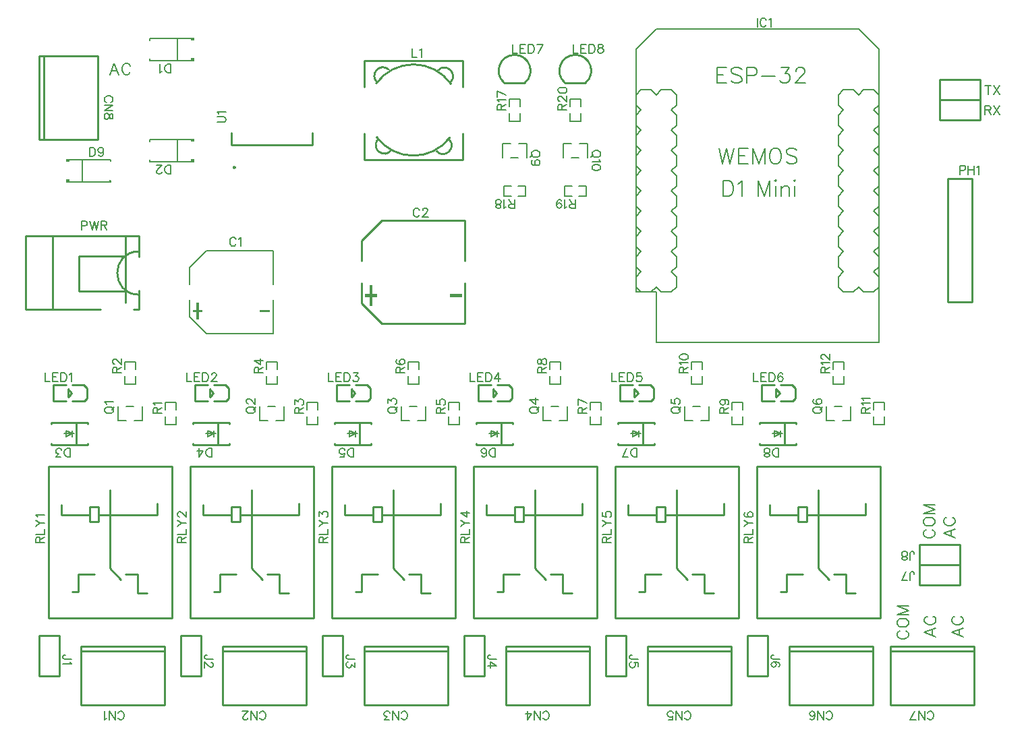
<source format=gto>
G04 Layer: TopSilkscreenLayer*
G04 EasyEDA v6.5.37, 2023-10-28 10:51:11*
G04 4880e8b44b5e4911aa04234489c2fc7f,3a0c9916c2a341a084dc3cb5dc78798d,10*
G04 Gerber Generator version 0.2*
G04 Scale: 100 percent, Rotated: No, Reflected: No *
G04 Dimensions in millimeters *
G04 leading zeros omitted , absolute positions ,4 integer and 5 decimal *
%FSLAX45Y45*%
%MOMM*%

%ADD10C,0.2032*%
%ADD11C,0.1524*%
%ADD12C,0.2540*%
%ADD13C,0.1520*%
%ADD14C,0.1270*%
%ADD15C,0.0164*%

%LPD*%
D10*
X11693652Y12510262D02*
G01*
X11680190Y12503404D01*
X11666474Y12489687D01*
X11659615Y12475971D01*
X11659615Y12448794D01*
X11666474Y12435078D01*
X11680190Y12421615D01*
X11693652Y12414758D01*
X11714225Y12407900D01*
X11748261Y12407900D01*
X11768836Y12414758D01*
X11782297Y12421615D01*
X11796013Y12435078D01*
X11802872Y12448794D01*
X11802872Y12475971D01*
X11796013Y12489687D01*
X11782297Y12503404D01*
X11768836Y12510262D01*
X11659615Y12596113D02*
G01*
X11666474Y12582397D01*
X11680190Y12568681D01*
X11693652Y12562078D01*
X11714225Y12555220D01*
X11748261Y12555220D01*
X11768836Y12562078D01*
X11782297Y12568681D01*
X11796013Y12582397D01*
X11802872Y12596113D01*
X11802872Y12623292D01*
X11796013Y12637008D01*
X11782297Y12650724D01*
X11768836Y12657328D01*
X11748261Y12664186D01*
X11714225Y12664186D01*
X11693652Y12657328D01*
X11680190Y12650724D01*
X11666474Y12637008D01*
X11659615Y12623292D01*
X11659615Y12596113D01*
X11659615Y12709144D02*
G01*
X11802872Y12709144D01*
X11659615Y12709144D02*
G01*
X11802872Y12763754D01*
X11659615Y12818363D02*
G01*
X11802872Y12763754D01*
X11659615Y12818363D02*
G01*
X11802872Y12818363D01*
X12023824Y13780284D02*
G01*
X12010362Y13773426D01*
X11996646Y13759710D01*
X11989788Y13745994D01*
X11989788Y13718816D01*
X11996646Y13705100D01*
X12010362Y13691638D01*
X12023824Y13684780D01*
X12044398Y13677922D01*
X12078434Y13677922D01*
X12099008Y13684780D01*
X12112470Y13691638D01*
X12126186Y13705100D01*
X12133044Y13718816D01*
X12133044Y13745994D01*
X12126186Y13759710D01*
X12112470Y13773426D01*
X12099008Y13780284D01*
X11989788Y13866136D02*
G01*
X11996646Y13852420D01*
X12010362Y13838704D01*
X12023824Y13832100D01*
X12044398Y13825242D01*
X12078434Y13825242D01*
X12099008Y13832100D01*
X12112470Y13838704D01*
X12126186Y13852420D01*
X12133044Y13866136D01*
X12133044Y13893314D01*
X12126186Y13907030D01*
X12112470Y13920746D01*
X12099008Y13927350D01*
X12078434Y13934208D01*
X12044398Y13934208D01*
X12023824Y13927350D01*
X12010362Y13920746D01*
X11996646Y13907030D01*
X11989788Y13893314D01*
X11989788Y13866136D01*
X11989788Y13979166D02*
G01*
X12133044Y13979166D01*
X11989788Y13979166D02*
G01*
X12133044Y14033776D01*
X11989788Y14088386D02*
G01*
X12133044Y14033776D01*
X11989788Y14088386D02*
G01*
X12133044Y14088386D01*
X12243788Y13732535D02*
G01*
X12387044Y13677925D01*
X12243788Y13732535D02*
G01*
X12387044Y13786891D01*
X12339292Y13698245D02*
G01*
X12339292Y13766571D01*
X12277824Y13934211D02*
G01*
X12264362Y13927353D01*
X12250646Y13913891D01*
X12243788Y13900175D01*
X12243788Y13872997D01*
X12250646Y13859281D01*
X12264362Y13845565D01*
X12277824Y13838707D01*
X12298398Y13832103D01*
X12332434Y13832103D01*
X12353008Y13838707D01*
X12366470Y13845565D01*
X12380186Y13859281D01*
X12387044Y13872997D01*
X12387044Y13900175D01*
X12380186Y13913891D01*
X12366470Y13927353D01*
X12353008Y13934211D01*
X12002488Y12487935D02*
G01*
X12145744Y12433325D01*
X12002488Y12487935D02*
G01*
X12145744Y12542291D01*
X12097992Y12453645D02*
G01*
X12097992Y12521971D01*
X12036524Y12689611D02*
G01*
X12023062Y12682753D01*
X12009346Y12669291D01*
X12002488Y12655575D01*
X12002488Y12628397D01*
X12009346Y12614681D01*
X12023062Y12600965D01*
X12036524Y12594107D01*
X12057098Y12587503D01*
X12091134Y12587503D01*
X12111708Y12594107D01*
X12125170Y12600965D01*
X12138886Y12614681D01*
X12145744Y12628397D01*
X12145744Y12655575D01*
X12138886Y12669291D01*
X12125170Y12682753D01*
X12111708Y12689611D01*
X12345388Y12487935D02*
G01*
X12488644Y12433325D01*
X12345388Y12487935D02*
G01*
X12488644Y12542291D01*
X12440892Y12453645D02*
G01*
X12440892Y12521971D01*
X12379424Y12689611D02*
G01*
X12365962Y12682753D01*
X12352246Y12669291D01*
X12345388Y12655575D01*
X12345388Y12628397D01*
X12352246Y12614681D01*
X12365962Y12600965D01*
X12379424Y12594107D01*
X12399998Y12587503D01*
X12434034Y12587503D01*
X12454608Y12594107D01*
X12468070Y12600965D01*
X12481786Y12614681D01*
X12488644Y12628397D01*
X12488644Y12655575D01*
X12481786Y12669291D01*
X12468070Y12682753D01*
X12454608Y12689611D01*
X1832632Y19638863D02*
G01*
X1778022Y19495607D01*
X1832632Y19638863D02*
G01*
X1886988Y19495607D01*
X1798342Y19543359D02*
G01*
X1866668Y19543359D01*
X2034308Y19604827D02*
G01*
X2027450Y19618289D01*
X2013988Y19632005D01*
X2000272Y19638863D01*
X1973094Y19638863D01*
X1959378Y19632005D01*
X1945662Y19618289D01*
X1938804Y19604827D01*
X1932200Y19584253D01*
X1932200Y19550217D01*
X1938804Y19529643D01*
X1945662Y19516181D01*
X1959378Y19502465D01*
X1973094Y19495607D01*
X2000272Y19495607D01*
X2013988Y19502465D01*
X2027450Y19516181D01*
X2034308Y19529643D01*
D11*
X965200Y15749016D02*
G01*
X965200Y15640050D01*
X965200Y15640050D02*
G01*
X1027429Y15640050D01*
X1061720Y15749016D02*
G01*
X1061720Y15640050D01*
X1061720Y15749016D02*
G01*
X1129284Y15749016D01*
X1061720Y15697200D02*
G01*
X1103376Y15697200D01*
X1061720Y15640050D02*
G01*
X1129284Y15640050D01*
X1163573Y15749016D02*
G01*
X1163573Y15640050D01*
X1163573Y15749016D02*
G01*
X1200150Y15749016D01*
X1215644Y15743936D01*
X1226057Y15733521D01*
X1231137Y15723107D01*
X1236471Y15707360D01*
X1236471Y15681452D01*
X1231137Y15665957D01*
X1226057Y15655544D01*
X1215644Y15645129D01*
X1200150Y15640050D01*
X1163573Y15640050D01*
X1270762Y15728187D02*
G01*
X1281176Y15733521D01*
X1296670Y15749016D01*
X1296670Y15640050D01*
X2743200Y15749016D02*
G01*
X2743200Y15640050D01*
X2743200Y15640050D02*
G01*
X2805429Y15640050D01*
X2839720Y15749016D02*
G01*
X2839720Y15640050D01*
X2839720Y15749016D02*
G01*
X2907284Y15749016D01*
X2839720Y15697200D02*
G01*
X2881375Y15697200D01*
X2839720Y15640050D02*
G01*
X2907284Y15640050D01*
X2941574Y15749016D02*
G01*
X2941574Y15640050D01*
X2941574Y15749016D02*
G01*
X2978150Y15749016D01*
X2993643Y15743936D01*
X3004058Y15733521D01*
X3009138Y15723107D01*
X3014472Y15707360D01*
X3014472Y15681452D01*
X3009138Y15665957D01*
X3004058Y15655544D01*
X2993643Y15645129D01*
X2978150Y15640050D01*
X2941574Y15640050D01*
X3053841Y15723107D02*
G01*
X3053841Y15728187D01*
X3059175Y15738602D01*
X3064256Y15743936D01*
X3074670Y15749016D01*
X3095497Y15749016D01*
X3105911Y15743936D01*
X3110991Y15738602D01*
X3116325Y15728187D01*
X3116325Y15717774D01*
X3110991Y15707360D01*
X3100577Y15691866D01*
X3048761Y15640050D01*
X3121406Y15640050D01*
X4521200Y15749016D02*
G01*
X4521200Y15640050D01*
X4521200Y15640050D02*
G01*
X4583429Y15640050D01*
X4617720Y15749016D02*
G01*
X4617720Y15640050D01*
X4617720Y15749016D02*
G01*
X4685284Y15749016D01*
X4617720Y15697200D02*
G01*
X4659375Y15697200D01*
X4617720Y15640050D02*
G01*
X4685284Y15640050D01*
X4719574Y15749016D02*
G01*
X4719574Y15640050D01*
X4719574Y15749016D02*
G01*
X4756150Y15749016D01*
X4771643Y15743936D01*
X4782058Y15733521D01*
X4787138Y15723107D01*
X4792472Y15707360D01*
X4792472Y15681452D01*
X4787138Y15665957D01*
X4782058Y15655544D01*
X4771643Y15645129D01*
X4756150Y15640050D01*
X4719574Y15640050D01*
X4837175Y15749016D02*
G01*
X4894325Y15749016D01*
X4863084Y15707360D01*
X4878577Y15707360D01*
X4888991Y15702279D01*
X4894325Y15697200D01*
X4899406Y15681452D01*
X4899406Y15671037D01*
X4894325Y15655544D01*
X4883911Y15645129D01*
X4868163Y15640050D01*
X4852670Y15640050D01*
X4837175Y15645129D01*
X4831841Y15650210D01*
X4826761Y15660624D01*
X6299200Y15749016D02*
G01*
X6299200Y15640050D01*
X6299200Y15640050D02*
G01*
X6361429Y15640050D01*
X6395720Y15749016D02*
G01*
X6395720Y15640050D01*
X6395720Y15749016D02*
G01*
X6463284Y15749016D01*
X6395720Y15697200D02*
G01*
X6437375Y15697200D01*
X6395720Y15640050D02*
G01*
X6463284Y15640050D01*
X6497574Y15749016D02*
G01*
X6497574Y15640050D01*
X6497574Y15749016D02*
G01*
X6534150Y15749016D01*
X6549643Y15743936D01*
X6560058Y15733521D01*
X6565138Y15723107D01*
X6570472Y15707360D01*
X6570472Y15681452D01*
X6565138Y15665957D01*
X6560058Y15655544D01*
X6549643Y15645129D01*
X6534150Y15640050D01*
X6497574Y15640050D01*
X6656577Y15749016D02*
G01*
X6604761Y15676371D01*
X6682740Y15676371D01*
X6656577Y15749016D02*
G01*
X6656577Y15640050D01*
X8077200Y15749016D02*
G01*
X8077200Y15640050D01*
X8077200Y15640050D02*
G01*
X8139429Y15640050D01*
X8173720Y15749016D02*
G01*
X8173720Y15640050D01*
X8173720Y15749016D02*
G01*
X8241284Y15749016D01*
X8173720Y15697200D02*
G01*
X8215375Y15697200D01*
X8173720Y15640050D02*
G01*
X8241284Y15640050D01*
X8275574Y15749016D02*
G01*
X8275574Y15640050D01*
X8275574Y15749016D02*
G01*
X8312150Y15749016D01*
X8327643Y15743936D01*
X8338058Y15733521D01*
X8343138Y15723107D01*
X8348472Y15707360D01*
X8348472Y15681452D01*
X8343138Y15665957D01*
X8338058Y15655544D01*
X8327643Y15645129D01*
X8312150Y15640050D01*
X8275574Y15640050D01*
X8444991Y15749016D02*
G01*
X8393175Y15749016D01*
X8387841Y15702279D01*
X8393175Y15707360D01*
X8408670Y15712694D01*
X8424163Y15712694D01*
X8439911Y15707360D01*
X8450325Y15697200D01*
X8455406Y15681452D01*
X8455406Y15671037D01*
X8450325Y15655544D01*
X8439911Y15645129D01*
X8424163Y15640050D01*
X8408670Y15640050D01*
X8393175Y15645129D01*
X8387841Y15650210D01*
X8382761Y15660624D01*
X9855200Y15749016D02*
G01*
X9855200Y15640050D01*
X9855200Y15640050D02*
G01*
X9917429Y15640050D01*
X9951720Y15749016D02*
G01*
X9951720Y15640050D01*
X9951720Y15749016D02*
G01*
X10019284Y15749016D01*
X9951720Y15697200D02*
G01*
X9993375Y15697200D01*
X9951720Y15640050D02*
G01*
X10019284Y15640050D01*
X10053574Y15749016D02*
G01*
X10053574Y15640050D01*
X10053574Y15749016D02*
G01*
X10090150Y15749016D01*
X10105643Y15743936D01*
X10116058Y15733521D01*
X10121138Y15723107D01*
X10126472Y15707360D01*
X10126472Y15681452D01*
X10121138Y15665957D01*
X10116058Y15655544D01*
X10105643Y15645129D01*
X10090150Y15640050D01*
X10053574Y15640050D01*
X10222991Y15733521D02*
G01*
X10217911Y15743936D01*
X10202163Y15749016D01*
X10191750Y15749016D01*
X10176256Y15743936D01*
X10165841Y15728187D01*
X10160761Y15702279D01*
X10160761Y15676371D01*
X10165841Y15655544D01*
X10176256Y15645129D01*
X10191750Y15640050D01*
X10197084Y15640050D01*
X10212577Y15645129D01*
X10222991Y15655544D01*
X10228325Y15671037D01*
X10228325Y15676371D01*
X10222991Y15691866D01*
X10212577Y15702279D01*
X10197084Y15707360D01*
X10191750Y15707360D01*
X10176256Y15702279D01*
X10165841Y15691866D01*
X10160761Y15676371D01*
X1422397Y17653982D02*
G01*
X1422397Y17545016D01*
X1422397Y17653982D02*
G01*
X1469133Y17653982D01*
X1484627Y17648902D01*
X1489961Y17643568D01*
X1495041Y17633154D01*
X1495041Y17617660D01*
X1489961Y17607246D01*
X1484627Y17602166D01*
X1469133Y17596832D01*
X1422397Y17596832D01*
X1529331Y17653982D02*
G01*
X1555493Y17545016D01*
X1581401Y17653982D02*
G01*
X1555493Y17545016D01*
X1581401Y17653982D02*
G01*
X1607309Y17545016D01*
X1633217Y17653982D02*
G01*
X1607309Y17545016D01*
X1667507Y17653982D02*
G01*
X1667507Y17545016D01*
X1667507Y17653982D02*
G01*
X1714497Y17653982D01*
X1729991Y17648902D01*
X1735071Y17643568D01*
X1740405Y17633154D01*
X1740405Y17622740D01*
X1735071Y17612326D01*
X1729991Y17607246D01*
X1714497Y17602166D01*
X1667507Y17602166D01*
X1704083Y17602166D02*
G01*
X1740405Y17545016D01*
X3123176Y18896685D02*
G01*
X3201154Y18896685D01*
X3216648Y18901765D01*
X3227062Y18912179D01*
X3232142Y18927927D01*
X3232142Y18938341D01*
X3227062Y18953835D01*
X3216648Y18964249D01*
X3201154Y18969329D01*
X3123176Y18969329D01*
X3144004Y19003619D02*
G01*
X3138670Y19014033D01*
X3123176Y19029781D01*
X3232142Y19029781D01*
X6832600Y19876516D02*
G01*
X6832600Y19767295D01*
X6832600Y19767295D02*
G01*
X6894829Y19767295D01*
X6929120Y19876516D02*
G01*
X6929120Y19767295D01*
X6929120Y19876516D02*
G01*
X6996684Y19876516D01*
X6929120Y19824445D02*
G01*
X6970775Y19824445D01*
X6929120Y19767295D02*
G01*
X6996684Y19767295D01*
X7030974Y19876516D02*
G01*
X7030974Y19767295D01*
X7030974Y19876516D02*
G01*
X7067295Y19876516D01*
X7083043Y19871181D01*
X7093458Y19861021D01*
X7098538Y19850608D01*
X7103872Y19834860D01*
X7103872Y19808952D01*
X7098538Y19793458D01*
X7093458Y19783044D01*
X7083043Y19772629D01*
X7067295Y19767295D01*
X7030974Y19767295D01*
X7210806Y19876516D02*
G01*
X7158736Y19767295D01*
X7138161Y19876516D02*
G01*
X7210806Y19876516D01*
X7594600Y19876516D02*
G01*
X7594600Y19767295D01*
X7594600Y19767295D02*
G01*
X7656829Y19767295D01*
X7691120Y19876516D02*
G01*
X7691120Y19767295D01*
X7691120Y19876516D02*
G01*
X7758684Y19876516D01*
X7691120Y19824445D02*
G01*
X7732775Y19824445D01*
X7691120Y19767295D02*
G01*
X7758684Y19767295D01*
X7792974Y19876516D02*
G01*
X7792974Y19767295D01*
X7792974Y19876516D02*
G01*
X7829295Y19876516D01*
X7845043Y19871181D01*
X7855458Y19861021D01*
X7860538Y19850608D01*
X7865872Y19834860D01*
X7865872Y19808952D01*
X7860538Y19793458D01*
X7855458Y19783044D01*
X7845043Y19772629D01*
X7829295Y19767295D01*
X7792974Y19767295D01*
X7926070Y19876516D02*
G01*
X7910575Y19871181D01*
X7905241Y19861021D01*
X7905241Y19850608D01*
X7910575Y19840194D01*
X7920736Y19834860D01*
X7941563Y19829779D01*
X7957311Y19824445D01*
X7967725Y19814031D01*
X7972806Y19803871D01*
X7972806Y19788124D01*
X7967725Y19777710D01*
X7962391Y19772629D01*
X7946897Y19767295D01*
X7926070Y19767295D01*
X7910575Y19772629D01*
X7905241Y19777710D01*
X7900161Y19788124D01*
X7900161Y19803871D01*
X7905241Y19814031D01*
X7915656Y19824445D01*
X7931150Y19829779D01*
X7951977Y19834860D01*
X7962391Y19840194D01*
X7967725Y19850608D01*
X7967725Y19861021D01*
X7962391Y19871181D01*
X7946897Y19876516D01*
X7926070Y19876516D01*
X3361783Y17424874D02*
G01*
X3356449Y17435288D01*
X3346035Y17445702D01*
X3335875Y17450782D01*
X3315047Y17450782D01*
X3304633Y17445702D01*
X3294219Y17435288D01*
X3288885Y17424874D01*
X3283805Y17409126D01*
X3283805Y17383218D01*
X3288885Y17367724D01*
X3294219Y17357310D01*
X3304633Y17346896D01*
X3315047Y17341816D01*
X3335875Y17341816D01*
X3346035Y17346896D01*
X3356449Y17357310D01*
X3361783Y17367724D01*
X3396073Y17429954D02*
G01*
X3406487Y17435288D01*
X3421981Y17450782D01*
X3421981Y17341816D01*
X5571403Y19825677D02*
G01*
X5571403Y19716711D01*
X5571403Y19716711D02*
G01*
X5633633Y19716711D01*
X5667923Y19804849D02*
G01*
X5678337Y19810183D01*
X5694085Y19825677D01*
X5694085Y19716711D01*
X5665967Y17793174D02*
G01*
X5660633Y17803588D01*
X5650219Y17813748D01*
X5640059Y17819082D01*
X5619231Y17819082D01*
X5608817Y17813748D01*
X5598403Y17803588D01*
X5593069Y17793174D01*
X5587989Y17777426D01*
X5587989Y17751518D01*
X5593069Y17736024D01*
X5598403Y17725610D01*
X5608817Y17715196D01*
X5619231Y17709862D01*
X5640059Y17709862D01*
X5650219Y17715196D01*
X5660633Y17725610D01*
X5665967Y17736024D01*
X5705337Y17793174D02*
G01*
X5705337Y17798254D01*
X5710671Y17808668D01*
X5715751Y17813748D01*
X5726165Y17819082D01*
X5746993Y17819082D01*
X5757407Y17813748D01*
X5762487Y17808668D01*
X5767821Y17798254D01*
X5767821Y17787840D01*
X5762487Y17777426D01*
X5752073Y17761932D01*
X5700257Y17709862D01*
X5772901Y17709862D01*
X2323048Y15239974D02*
G01*
X2432268Y15239974D01*
X2323048Y15239974D02*
G01*
X2323048Y15286710D01*
X2328128Y15302204D01*
X2333462Y15307538D01*
X2343876Y15312618D01*
X2354290Y15312618D01*
X2364704Y15307538D01*
X2369784Y15302204D01*
X2375118Y15286710D01*
X2375118Y15239974D01*
X2375118Y15276296D02*
G01*
X2432268Y15312618D01*
X2343876Y15346908D02*
G01*
X2338542Y15357322D01*
X2323048Y15373070D01*
X2432268Y15373070D01*
X4101045Y15239977D02*
G01*
X4210265Y15239977D01*
X4101045Y15239977D02*
G01*
X4101045Y15286713D01*
X4106125Y15302207D01*
X4111459Y15307541D01*
X4121873Y15312621D01*
X4132287Y15312621D01*
X4142701Y15307541D01*
X4147781Y15302207D01*
X4153115Y15286713D01*
X4153115Y15239977D01*
X4153115Y15276299D02*
G01*
X4210265Y15312621D01*
X4101045Y15357325D02*
G01*
X4101045Y15414475D01*
X4142701Y15383487D01*
X4142701Y15398981D01*
X4147781Y15409395D01*
X4153115Y15414475D01*
X4168609Y15419809D01*
X4179023Y15419809D01*
X4194517Y15414475D01*
X4204931Y15404061D01*
X4210265Y15388567D01*
X4210265Y15373073D01*
X4204931Y15357325D01*
X4199851Y15352245D01*
X4189437Y15346911D01*
X5879040Y15239982D02*
G01*
X5988260Y15239982D01*
X5879040Y15239982D02*
G01*
X5879040Y15286718D01*
X5884120Y15302212D01*
X5889454Y15307546D01*
X5899868Y15312626D01*
X5910282Y15312626D01*
X5920696Y15307546D01*
X5925776Y15302212D01*
X5931110Y15286718D01*
X5931110Y15239982D01*
X5931110Y15276304D02*
G01*
X5988260Y15312626D01*
X5879040Y15409400D02*
G01*
X5879040Y15357330D01*
X5925776Y15352250D01*
X5920696Y15357330D01*
X5915362Y15373078D01*
X5915362Y15388572D01*
X5920696Y15404066D01*
X5931110Y15414480D01*
X5946604Y15419814D01*
X5957018Y15419814D01*
X5972512Y15414480D01*
X5982926Y15404066D01*
X5988260Y15388572D01*
X5988260Y15373078D01*
X5982926Y15357330D01*
X5977846Y15352250D01*
X5967432Y15346916D01*
X7657038Y15239984D02*
G01*
X7766258Y15239984D01*
X7657038Y15239984D02*
G01*
X7657038Y15286720D01*
X7662118Y15302214D01*
X7667452Y15307548D01*
X7677866Y15312628D01*
X7688280Y15312628D01*
X7698694Y15307548D01*
X7703774Y15302214D01*
X7709108Y15286720D01*
X7709108Y15239984D01*
X7709108Y15276306D02*
G01*
X7766258Y15312628D01*
X7657038Y15419816D02*
G01*
X7766258Y15367746D01*
X7657038Y15346918D02*
G01*
X7657038Y15419816D01*
X9435033Y15239989D02*
G01*
X9544253Y15239989D01*
X9435033Y15239989D02*
G01*
X9435033Y15286725D01*
X9440113Y15302219D01*
X9445447Y15307553D01*
X9455861Y15312633D01*
X9466275Y15312633D01*
X9476689Y15307553D01*
X9481769Y15302219D01*
X9487103Y15286725D01*
X9487103Y15239989D01*
X9487103Y15276311D02*
G01*
X9544253Y15312633D01*
X9471355Y15414487D02*
G01*
X9487103Y15409407D01*
X9497263Y15398993D01*
X9502597Y15383245D01*
X9502597Y15378165D01*
X9497263Y15362671D01*
X9487103Y15352257D01*
X9471355Y15346923D01*
X9466275Y15346923D01*
X9450527Y15352257D01*
X9440113Y15362671D01*
X9435033Y15378165D01*
X9435033Y15383245D01*
X9440113Y15398993D01*
X9450527Y15409407D01*
X9471355Y15414487D01*
X9497263Y15414487D01*
X9523425Y15409407D01*
X9538919Y15398993D01*
X9544253Y15383245D01*
X9544253Y15373085D01*
X9538919Y15357337D01*
X9528505Y15352257D01*
X11213030Y15239992D02*
G01*
X11322250Y15239992D01*
X11213030Y15239992D02*
G01*
X11213030Y15286728D01*
X11218110Y15302222D01*
X11223444Y15307556D01*
X11233858Y15312636D01*
X11244272Y15312636D01*
X11254686Y15307556D01*
X11259766Y15302222D01*
X11265100Y15286728D01*
X11265100Y15239992D01*
X11265100Y15276314D02*
G01*
X11322250Y15312636D01*
X11233858Y15346926D02*
G01*
X11228524Y15357340D01*
X11213030Y15373088D01*
X11322250Y15373088D01*
X11233858Y15407378D02*
G01*
X11228524Y15417538D01*
X11213030Y15433286D01*
X11322250Y15433286D01*
X6641017Y19049939D02*
G01*
X6750237Y19049939D01*
X6641017Y19049939D02*
G01*
X6641017Y19096675D01*
X6646351Y19112169D01*
X6651431Y19117503D01*
X6661845Y19122583D01*
X6672259Y19122583D01*
X6682673Y19117503D01*
X6687753Y19112169D01*
X6693087Y19096675D01*
X6693087Y19049939D01*
X6693087Y19086261D02*
G01*
X6750237Y19122583D01*
X6661845Y19156873D02*
G01*
X6656511Y19167287D01*
X6641017Y19183035D01*
X6750237Y19183035D01*
X6641017Y19289969D02*
G01*
X6750237Y19237899D01*
X6641017Y19217325D02*
G01*
X6641017Y19289969D01*
X7403012Y19049944D02*
G01*
X7512232Y19049944D01*
X7403012Y19049944D02*
G01*
X7403012Y19096680D01*
X7408346Y19112174D01*
X7413426Y19117508D01*
X7423840Y19122588D01*
X7434254Y19122588D01*
X7444668Y19117508D01*
X7449748Y19112174D01*
X7455082Y19096680D01*
X7455082Y19049944D01*
X7455082Y19086266D02*
G01*
X7512232Y19122588D01*
X7428920Y19162212D02*
G01*
X7423840Y19162212D01*
X7413426Y19167292D01*
X7408346Y19172626D01*
X7403012Y19183040D01*
X7403012Y19203614D01*
X7408346Y19214028D01*
X7413426Y19219362D01*
X7423840Y19224442D01*
X7434254Y19224442D01*
X7444668Y19219362D01*
X7460162Y19208948D01*
X7512232Y19156878D01*
X7512232Y19229776D01*
X7403012Y19295054D02*
G01*
X7408346Y19279560D01*
X7423840Y19269146D01*
X7449748Y19264066D01*
X7465496Y19264066D01*
X7491404Y19269146D01*
X7506898Y19279560D01*
X7512232Y19295054D01*
X7512232Y19305468D01*
X7506898Y19321216D01*
X7491404Y19331630D01*
X7465496Y19336710D01*
X7449748Y19336710D01*
X7423840Y19331630D01*
X7408346Y19321216D01*
X7403012Y19305468D01*
X7403012Y19295054D01*
X12037745Y11416723D02*
G01*
X12043079Y11406309D01*
X12053493Y11395895D01*
X12063907Y11390815D01*
X12084481Y11390815D01*
X12094895Y11395895D01*
X12105309Y11406309D01*
X12110643Y11416723D01*
X12115723Y11432471D01*
X12115723Y11458379D01*
X12110643Y11473873D01*
X12105309Y11484287D01*
X12094895Y11494701D01*
X12084481Y11500035D01*
X12063907Y11500035D01*
X12053493Y11494701D01*
X12043079Y11484287D01*
X12037745Y11473873D01*
X12003455Y11390815D02*
G01*
X12003455Y11500035D01*
X12003455Y11390815D02*
G01*
X11930811Y11500035D01*
X11930811Y11390815D02*
G01*
X11930811Y11500035D01*
X11823877Y11390815D02*
G01*
X11875693Y11500035D01*
X11896521Y11390815D02*
G01*
X11823877Y11390815D01*
X1791243Y19149740D02*
G01*
X1801657Y19155074D01*
X1811817Y19165488D01*
X1817151Y19175648D01*
X1817151Y19196476D01*
X1811817Y19206890D01*
X1801657Y19217304D01*
X1791243Y19222638D01*
X1775495Y19227718D01*
X1749587Y19227718D01*
X1734093Y19222638D01*
X1723679Y19217304D01*
X1713265Y19206890D01*
X1707931Y19196476D01*
X1707931Y19175648D01*
X1713265Y19165488D01*
X1723679Y19155074D01*
X1734093Y19149740D01*
X1817151Y19115450D02*
G01*
X1707931Y19115450D01*
X1817151Y19115450D02*
G01*
X1707931Y19042806D01*
X1817151Y19042806D02*
G01*
X1707931Y19042806D01*
X1817151Y18982608D02*
G01*
X1811817Y18998102D01*
X1801657Y19003182D01*
X1791243Y19003182D01*
X1780829Y18998102D01*
X1775495Y18987688D01*
X1770415Y18966860D01*
X1765081Y18951366D01*
X1754667Y18940952D01*
X1744507Y18935618D01*
X1728759Y18935618D01*
X1718345Y18940952D01*
X1713265Y18946032D01*
X1707931Y18961780D01*
X1707931Y18982608D01*
X1713265Y18998102D01*
X1718345Y19003182D01*
X1728759Y19008516D01*
X1744507Y19008516D01*
X1754667Y19003182D01*
X1765081Y18992768D01*
X1770415Y18977274D01*
X1775495Y18956446D01*
X1780829Y18946032D01*
X1791243Y18940952D01*
X1801657Y18940952D01*
X1811817Y18946032D01*
X1817151Y18961780D01*
X1817151Y18982608D01*
X11822633Y13143382D02*
G01*
X11822633Y13226440D01*
X11827713Y13242188D01*
X11832793Y13247268D01*
X11843207Y13252602D01*
X11853621Y13252602D01*
X11864035Y13247268D01*
X11869369Y13242188D01*
X11874449Y13226440D01*
X11874449Y13216026D01*
X11715445Y13143382D02*
G01*
X11767515Y13252602D01*
X11788343Y13143382D02*
G01*
X11715445Y13143382D01*
X11822633Y13397382D02*
G01*
X11822633Y13480440D01*
X11827713Y13496188D01*
X11832793Y13501268D01*
X11843207Y13506602D01*
X11853621Y13506602D01*
X11864035Y13501268D01*
X11869369Y13496188D01*
X11874449Y13480440D01*
X11874449Y13470026D01*
X11762181Y13397382D02*
G01*
X11777929Y13402716D01*
X11783009Y13412876D01*
X11783009Y13423290D01*
X11777929Y13433704D01*
X11767515Y13439038D01*
X11746687Y13444118D01*
X11731193Y13449452D01*
X11720779Y13459866D01*
X11715445Y13470026D01*
X11715445Y13485774D01*
X11720779Y13496188D01*
X11725859Y13501268D01*
X11741353Y13506602D01*
X11762181Y13506602D01*
X11777929Y13501268D01*
X11783009Y13496188D01*
X11788343Y13485774D01*
X11788343Y13470026D01*
X11783009Y13459866D01*
X11772595Y13449452D01*
X11757101Y13444118D01*
X11736273Y13439038D01*
X11725859Y13433704D01*
X11720779Y13423290D01*
X11720779Y13412876D01*
X11725859Y13402716D01*
X11741353Y13397382D01*
X11762181Y13397382D01*
X1523997Y18581080D02*
G01*
X1523997Y18471860D01*
X1523997Y18581080D02*
G01*
X1560319Y18581080D01*
X1576067Y18575746D01*
X1586227Y18565586D01*
X1591561Y18555172D01*
X1596641Y18539424D01*
X1596641Y18513516D01*
X1591561Y18498022D01*
X1586227Y18487608D01*
X1576067Y18477194D01*
X1560319Y18471860D01*
X1523997Y18471860D01*
X1698495Y18544758D02*
G01*
X1693415Y18529010D01*
X1683001Y18518596D01*
X1667507Y18513516D01*
X1662173Y18513516D01*
X1646679Y18518596D01*
X1636265Y18529010D01*
X1630931Y18544758D01*
X1630931Y18549838D01*
X1636265Y18565586D01*
X1646679Y18575746D01*
X1662173Y18581080D01*
X1667507Y18581080D01*
X1683001Y18575746D01*
X1693415Y18565586D01*
X1698495Y18544758D01*
X1698495Y18518596D01*
X1693415Y18492688D01*
X1683001Y18477194D01*
X1667507Y18471860D01*
X1657093Y18471860D01*
X1641345Y18477194D01*
X1636265Y18487608D01*
X1877816Y11416769D02*
G01*
X1883150Y11406355D01*
X1893564Y11395941D01*
X1903724Y11390861D01*
X1924552Y11390861D01*
X1934966Y11395941D01*
X1945380Y11406355D01*
X1950714Y11416769D01*
X1955794Y11432517D01*
X1955794Y11458425D01*
X1950714Y11473919D01*
X1945380Y11484333D01*
X1934966Y11494747D01*
X1924552Y11499827D01*
X1903724Y11499827D01*
X1893564Y11494747D01*
X1883150Y11484333D01*
X1877816Y11473919D01*
X1843526Y11390861D02*
G01*
X1843526Y11499827D01*
X1843526Y11390861D02*
G01*
X1770882Y11499827D01*
X1770882Y11390861D02*
G01*
X1770882Y11499827D01*
X1736592Y11411689D02*
G01*
X1726178Y11406355D01*
X1710684Y11390861D01*
X1710684Y11499827D01*
X3655814Y11416769D02*
G01*
X3661148Y11406355D01*
X3671562Y11395941D01*
X3681722Y11390861D01*
X3702550Y11390861D01*
X3712964Y11395941D01*
X3723378Y11406355D01*
X3728712Y11416769D01*
X3733792Y11432517D01*
X3733792Y11458425D01*
X3728712Y11473919D01*
X3723378Y11484333D01*
X3712964Y11494747D01*
X3702550Y11499827D01*
X3681722Y11499827D01*
X3671562Y11494747D01*
X3661148Y11484333D01*
X3655814Y11473919D01*
X3621524Y11390861D02*
G01*
X3621524Y11499827D01*
X3621524Y11390861D02*
G01*
X3548880Y11499827D01*
X3548880Y11390861D02*
G01*
X3548880Y11499827D01*
X3509256Y11416769D02*
G01*
X3509256Y11411689D01*
X3504176Y11401275D01*
X3498842Y11395941D01*
X3488682Y11390861D01*
X3467854Y11390861D01*
X3457440Y11395941D01*
X3452106Y11401275D01*
X3447026Y11411689D01*
X3447026Y11422103D01*
X3452106Y11432517D01*
X3462520Y11448011D01*
X3514590Y11499827D01*
X3441692Y11499827D01*
X5433809Y11416769D02*
G01*
X5439143Y11406355D01*
X5449557Y11395941D01*
X5459717Y11390861D01*
X5480545Y11390861D01*
X5490959Y11395941D01*
X5501373Y11406355D01*
X5506707Y11416769D01*
X5511787Y11432517D01*
X5511787Y11458425D01*
X5506707Y11473919D01*
X5501373Y11484333D01*
X5490959Y11494747D01*
X5480545Y11499827D01*
X5459717Y11499827D01*
X5449557Y11494747D01*
X5439143Y11484333D01*
X5433809Y11473919D01*
X5399519Y11390861D02*
G01*
X5399519Y11499827D01*
X5399519Y11390861D02*
G01*
X5326875Y11499827D01*
X5326875Y11390861D02*
G01*
X5326875Y11499827D01*
X5282171Y11390861D02*
G01*
X5225021Y11390861D01*
X5256263Y11432517D01*
X5240515Y11432517D01*
X5230101Y11437597D01*
X5225021Y11442677D01*
X5219687Y11458425D01*
X5219687Y11468839D01*
X5225021Y11484333D01*
X5235435Y11494747D01*
X5250929Y11499827D01*
X5266677Y11499827D01*
X5282171Y11494747D01*
X5287251Y11489667D01*
X5292585Y11479253D01*
X7211806Y11416769D02*
G01*
X7217140Y11406355D01*
X7227554Y11395941D01*
X7237714Y11390861D01*
X7258542Y11390861D01*
X7268956Y11395941D01*
X7279370Y11406355D01*
X7284704Y11416769D01*
X7289784Y11432517D01*
X7289784Y11458425D01*
X7284704Y11473919D01*
X7279370Y11484333D01*
X7268956Y11494747D01*
X7258542Y11499827D01*
X7237714Y11499827D01*
X7227554Y11494747D01*
X7217140Y11484333D01*
X7211806Y11473919D01*
X7177516Y11390861D02*
G01*
X7177516Y11499827D01*
X7177516Y11390861D02*
G01*
X7104872Y11499827D01*
X7104872Y11390861D02*
G01*
X7104872Y11499827D01*
X7018512Y11390861D02*
G01*
X7070582Y11463505D01*
X6992604Y11463505D01*
X7018512Y11390861D02*
G01*
X7018512Y11499827D01*
X8989804Y11416769D02*
G01*
X8995138Y11406355D01*
X9005552Y11395941D01*
X9015712Y11390861D01*
X9036540Y11390861D01*
X9046954Y11395941D01*
X9057368Y11406355D01*
X9062702Y11416769D01*
X9067782Y11432517D01*
X9067782Y11458425D01*
X9062702Y11473919D01*
X9057368Y11484333D01*
X9046954Y11494747D01*
X9036540Y11499827D01*
X9015712Y11499827D01*
X9005552Y11494747D01*
X8995138Y11484333D01*
X8989804Y11473919D01*
X8955514Y11390861D02*
G01*
X8955514Y11499827D01*
X8955514Y11390861D02*
G01*
X8882870Y11499827D01*
X8882870Y11390861D02*
G01*
X8882870Y11499827D01*
X8786096Y11390861D02*
G01*
X8838166Y11390861D01*
X8843246Y11437597D01*
X8838166Y11432517D01*
X8822672Y11427183D01*
X8806924Y11427183D01*
X8791430Y11432517D01*
X8781016Y11442677D01*
X8775682Y11458425D01*
X8775682Y11468839D01*
X8781016Y11484333D01*
X8791430Y11494747D01*
X8806924Y11499827D01*
X8822672Y11499827D01*
X8838166Y11494747D01*
X8843246Y11489667D01*
X8848580Y11479253D01*
X10767799Y11416769D02*
G01*
X10773133Y11406355D01*
X10783547Y11395941D01*
X10793707Y11390861D01*
X10814535Y11390861D01*
X10824949Y11395941D01*
X10835363Y11406355D01*
X10840697Y11416769D01*
X10845777Y11432517D01*
X10845777Y11458425D01*
X10840697Y11473919D01*
X10835363Y11484333D01*
X10824949Y11494747D01*
X10814535Y11499827D01*
X10793707Y11499827D01*
X10783547Y11494747D01*
X10773133Y11484333D01*
X10767799Y11473919D01*
X10733509Y11390861D02*
G01*
X10733509Y11499827D01*
X10733509Y11390861D02*
G01*
X10660865Y11499827D01*
X10660865Y11390861D02*
G01*
X10660865Y11499827D01*
X10564091Y11406355D02*
G01*
X10569425Y11395941D01*
X10584919Y11390861D01*
X10595333Y11390861D01*
X10610827Y11395941D01*
X10621241Y11411689D01*
X10626575Y11437597D01*
X10626575Y11463505D01*
X10621241Y11484333D01*
X10610827Y11494747D01*
X10595333Y11499827D01*
X10590253Y11499827D01*
X10574505Y11494747D01*
X10564091Y11484333D01*
X10559011Y11468839D01*
X10559011Y11463505D01*
X10564091Y11448011D01*
X10574505Y11437597D01*
X10590253Y11432517D01*
X10595333Y11432517D01*
X10610827Y11437597D01*
X10621241Y11448011D01*
X10626575Y11463505D01*
X2539994Y19518843D02*
G01*
X2539994Y19627809D01*
X2539994Y19518843D02*
G01*
X2503672Y19518843D01*
X2487924Y19523923D01*
X2477764Y19534337D01*
X2472430Y19544751D01*
X2467350Y19560499D01*
X2467350Y19586407D01*
X2472430Y19601901D01*
X2477764Y19612315D01*
X2487924Y19622729D01*
X2503672Y19627809D01*
X2539994Y19627809D01*
X2433060Y19539671D02*
G01*
X2422646Y19534337D01*
X2406898Y19518843D01*
X2406898Y19627809D01*
X2539994Y18248845D02*
G01*
X2539994Y18357811D01*
X2539994Y18248845D02*
G01*
X2503672Y18248845D01*
X2487924Y18253925D01*
X2477764Y18264339D01*
X2472430Y18274753D01*
X2467350Y18290501D01*
X2467350Y18316409D01*
X2472430Y18331903D01*
X2477764Y18342317D01*
X2487924Y18352731D01*
X2503672Y18357811D01*
X2539994Y18357811D01*
X2427726Y18274753D02*
G01*
X2427726Y18269673D01*
X2422646Y18259259D01*
X2417312Y18253925D01*
X2406898Y18248845D01*
X2386324Y18248845D01*
X2375910Y18253925D01*
X2370576Y18259259D01*
X2365496Y18269673D01*
X2365496Y18280087D01*
X2370576Y18290501D01*
X2380990Y18305995D01*
X2433060Y18357811D01*
X2360162Y18357811D01*
X1279014Y14692853D02*
G01*
X1279014Y14801819D01*
X1279014Y14692853D02*
G01*
X1242692Y14692853D01*
X1226944Y14697933D01*
X1216784Y14708347D01*
X1211450Y14718761D01*
X1206370Y14734509D01*
X1206370Y14760417D01*
X1211450Y14775911D01*
X1216784Y14786325D01*
X1226944Y14796739D01*
X1242692Y14801819D01*
X1279014Y14801819D01*
X1161666Y14692853D02*
G01*
X1104516Y14692853D01*
X1135504Y14734509D01*
X1120010Y14734509D01*
X1109596Y14739589D01*
X1104516Y14744669D01*
X1099182Y14760417D01*
X1099182Y14770831D01*
X1104516Y14786325D01*
X1114930Y14796739D01*
X1130424Y14801819D01*
X1145918Y14801819D01*
X1161666Y14796739D01*
X1166746Y14791659D01*
X1172080Y14781245D01*
X3057011Y14692853D02*
G01*
X3057011Y14801819D01*
X3057011Y14692853D02*
G01*
X3020689Y14692853D01*
X3004941Y14697933D01*
X2994781Y14708347D01*
X2989447Y14718761D01*
X2984367Y14734509D01*
X2984367Y14760417D01*
X2989447Y14775911D01*
X2994781Y14786325D01*
X3004941Y14796739D01*
X3020689Y14801819D01*
X3057011Y14801819D01*
X2898007Y14692853D02*
G01*
X2950077Y14765497D01*
X2872099Y14765497D01*
X2898007Y14692853D02*
G01*
X2898007Y14801819D01*
X4835006Y14692853D02*
G01*
X4835006Y14801819D01*
X4835006Y14692853D02*
G01*
X4798684Y14692853D01*
X4782936Y14697933D01*
X4772776Y14708347D01*
X4767442Y14718761D01*
X4762362Y14734509D01*
X4762362Y14760417D01*
X4767442Y14775911D01*
X4772776Y14786325D01*
X4782936Y14796739D01*
X4798684Y14801819D01*
X4835006Y14801819D01*
X4665588Y14692853D02*
G01*
X4717658Y14692853D01*
X4722738Y14739589D01*
X4717658Y14734509D01*
X4701910Y14729175D01*
X4686416Y14729175D01*
X4670922Y14734509D01*
X4660508Y14744669D01*
X4655174Y14760417D01*
X4655174Y14770831D01*
X4660508Y14786325D01*
X4670922Y14796739D01*
X4686416Y14801819D01*
X4701910Y14801819D01*
X4717658Y14796739D01*
X4722738Y14791659D01*
X4728072Y14781245D01*
X6613004Y14692853D02*
G01*
X6613004Y14801819D01*
X6613004Y14692853D02*
G01*
X6576682Y14692853D01*
X6560934Y14697933D01*
X6550774Y14708347D01*
X6545440Y14718761D01*
X6540360Y14734509D01*
X6540360Y14760417D01*
X6545440Y14775911D01*
X6550774Y14786325D01*
X6560934Y14796739D01*
X6576682Y14801819D01*
X6613004Y14801819D01*
X6443586Y14708347D02*
G01*
X6448920Y14697933D01*
X6464414Y14692853D01*
X6474828Y14692853D01*
X6490322Y14697933D01*
X6500736Y14713681D01*
X6506070Y14739589D01*
X6506070Y14765497D01*
X6500736Y14786325D01*
X6490322Y14796739D01*
X6474828Y14801819D01*
X6469494Y14801819D01*
X6454000Y14796739D01*
X6443586Y14786325D01*
X6438506Y14770831D01*
X6438506Y14765497D01*
X6443586Y14750003D01*
X6454000Y14739589D01*
X6469494Y14734509D01*
X6474828Y14734509D01*
X6490322Y14739589D01*
X6500736Y14750003D01*
X6506070Y14765497D01*
X8390999Y14692853D02*
G01*
X8390999Y14801819D01*
X8390999Y14692853D02*
G01*
X8354677Y14692853D01*
X8338929Y14697933D01*
X8328769Y14708347D01*
X8323435Y14718761D01*
X8318355Y14734509D01*
X8318355Y14760417D01*
X8323435Y14775911D01*
X8328769Y14786325D01*
X8338929Y14796739D01*
X8354677Y14801819D01*
X8390999Y14801819D01*
X8211167Y14692853D02*
G01*
X8263237Y14801819D01*
X8284065Y14692853D02*
G01*
X8211167Y14692853D01*
X10168996Y14692853D02*
G01*
X10168996Y14801819D01*
X10168996Y14692853D02*
G01*
X10132674Y14692853D01*
X10116926Y14697933D01*
X10106766Y14708347D01*
X10101432Y14718761D01*
X10096352Y14734509D01*
X10096352Y14760417D01*
X10101432Y14775911D01*
X10106766Y14786325D01*
X10116926Y14796739D01*
X10132674Y14801819D01*
X10168996Y14801819D01*
X10035900Y14692853D02*
G01*
X10051648Y14697933D01*
X10056728Y14708347D01*
X10056728Y14718761D01*
X10051648Y14729175D01*
X10041234Y14734509D01*
X10020406Y14739589D01*
X10004912Y14744669D01*
X9994498Y14755083D01*
X9989164Y14765497D01*
X9989164Y14781245D01*
X9994498Y14791659D01*
X9999578Y14796739D01*
X10015326Y14801819D01*
X10035900Y14801819D01*
X10051648Y14796739D01*
X10056728Y14791659D01*
X10062062Y14781245D01*
X10062062Y14765497D01*
X10056728Y14755083D01*
X10046314Y14744669D01*
X10030820Y14739589D01*
X10009992Y14734509D01*
X9999578Y14729175D01*
X9994498Y14718761D01*
X9994498Y14708347D01*
X9999578Y14697933D01*
X10015326Y14692853D01*
X10035900Y14692853D01*
X9905979Y20206680D02*
G01*
X9905979Y20097714D01*
X10018247Y20180772D02*
G01*
X10012913Y20191186D01*
X10002499Y20201600D01*
X9992339Y20206680D01*
X9971511Y20206680D01*
X9961097Y20201600D01*
X9950683Y20191186D01*
X9945349Y20180772D01*
X9940269Y20165024D01*
X9940269Y20139116D01*
X9945349Y20123622D01*
X9950683Y20113208D01*
X9961097Y20102794D01*
X9971511Y20097714D01*
X9992339Y20097714D01*
X10002499Y20102794D01*
X10012913Y20113208D01*
X10018247Y20123622D01*
X10052537Y20185852D02*
G01*
X10062951Y20191186D01*
X10078445Y20206680D01*
X10078445Y20097714D01*
D10*
X9397979Y19585142D02*
G01*
X9397979Y19391340D01*
X9397979Y19585142D02*
G01*
X9518121Y19585142D01*
X9397979Y19492940D02*
G01*
X9471893Y19492940D01*
X9397979Y19391340D02*
G01*
X9518121Y19391340D01*
X9708367Y19557456D02*
G01*
X9689825Y19575998D01*
X9662139Y19585142D01*
X9625309Y19585142D01*
X9597369Y19575998D01*
X9579081Y19557456D01*
X9579081Y19538914D01*
X9588225Y19520626D01*
X9597369Y19511228D01*
X9615911Y19502084D01*
X9671283Y19483542D01*
X9689825Y19474398D01*
X9698969Y19465254D01*
X9708367Y19446712D01*
X9708367Y19419026D01*
X9689825Y19400484D01*
X9662139Y19391340D01*
X9625309Y19391340D01*
X9597369Y19400484D01*
X9579081Y19419026D01*
X9769327Y19585142D02*
G01*
X9769327Y19391340D01*
X9769327Y19585142D02*
G01*
X9852385Y19585142D01*
X9880071Y19575998D01*
X9889469Y19566854D01*
X9898613Y19548312D01*
X9898613Y19520626D01*
X9889469Y19502084D01*
X9880071Y19492940D01*
X9852385Y19483542D01*
X9769327Y19483542D01*
X9959573Y19474398D02*
G01*
X10125689Y19474398D01*
X10205191Y19585142D02*
G01*
X10306791Y19585142D01*
X10251419Y19511228D01*
X10279105Y19511228D01*
X10297647Y19502084D01*
X10306791Y19492940D01*
X10316189Y19465254D01*
X10316189Y19446712D01*
X10306791Y19419026D01*
X10288249Y19400484D01*
X10260563Y19391340D01*
X10232877Y19391340D01*
X10205191Y19400484D01*
X10196047Y19409628D01*
X10186649Y19428170D01*
X10386293Y19538914D02*
G01*
X10386293Y19548312D01*
X10395437Y19566854D01*
X10404835Y19575998D01*
X10423123Y19585142D01*
X10460207Y19585142D01*
X10478749Y19575998D01*
X10487893Y19566854D01*
X10497037Y19548312D01*
X10497037Y19529770D01*
X10487893Y19511228D01*
X10469351Y19483542D01*
X10377149Y19391340D01*
X10506435Y19391340D01*
X9423379Y18569142D02*
G01*
X9469607Y18375340D01*
X9515835Y18569142D02*
G01*
X9469607Y18375340D01*
X9515835Y18569142D02*
G01*
X9561809Y18375340D01*
X9608037Y18569142D02*
G01*
X9561809Y18375340D01*
X9668997Y18569142D02*
G01*
X9668997Y18375340D01*
X9668997Y18569142D02*
G01*
X9789139Y18569142D01*
X9668997Y18476940D02*
G01*
X9742911Y18476940D01*
X9668997Y18375340D02*
G01*
X9789139Y18375340D01*
X9850099Y18569142D02*
G01*
X9850099Y18375340D01*
X9850099Y18569142D02*
G01*
X9924013Y18375340D01*
X9997927Y18569142D02*
G01*
X9924013Y18375340D01*
X9997927Y18569142D02*
G01*
X9997927Y18375340D01*
X10114259Y18569142D02*
G01*
X10095717Y18559998D01*
X10077429Y18541456D01*
X10068031Y18522914D01*
X10058887Y18495228D01*
X10058887Y18449254D01*
X10068031Y18421314D01*
X10077429Y18403026D01*
X10095717Y18384484D01*
X10114259Y18375340D01*
X10151089Y18375340D01*
X10169631Y18384484D01*
X10188173Y18403026D01*
X10197317Y18421314D01*
X10206715Y18449254D01*
X10206715Y18495228D01*
X10197317Y18522914D01*
X10188173Y18541456D01*
X10169631Y18559998D01*
X10151089Y18569142D01*
X10114259Y18569142D01*
X10396961Y18541456D02*
G01*
X10378419Y18559998D01*
X10350733Y18569142D01*
X10313649Y18569142D01*
X10285963Y18559998D01*
X10267675Y18541456D01*
X10267675Y18522914D01*
X10276819Y18504626D01*
X10285963Y18495228D01*
X10304505Y18486084D01*
X10359877Y18467542D01*
X10378419Y18458398D01*
X10387563Y18449254D01*
X10396961Y18430712D01*
X10396961Y18403026D01*
X10378419Y18384484D01*
X10350733Y18375340D01*
X10313649Y18375340D01*
X10285963Y18384484D01*
X10267675Y18403026D01*
X9474179Y18162742D02*
G01*
X9474179Y17968940D01*
X9474179Y18162742D02*
G01*
X9538949Y18162742D01*
X9566635Y18153598D01*
X9584923Y18135056D01*
X9594321Y18116514D01*
X9603465Y18088828D01*
X9603465Y18042854D01*
X9594321Y18014914D01*
X9584923Y17996626D01*
X9566635Y17978084D01*
X9538949Y17968940D01*
X9474179Y17968940D01*
X9664425Y18125912D02*
G01*
X9682967Y18135056D01*
X9710653Y18162742D01*
X9710653Y17968940D01*
X9913853Y18162742D02*
G01*
X9913853Y17968940D01*
X9913853Y18162742D02*
G01*
X9987767Y17968940D01*
X10061681Y18162742D02*
G01*
X9987767Y17968940D01*
X10061681Y18162742D02*
G01*
X10061681Y17968940D01*
X10122641Y18162742D02*
G01*
X10131785Y18153598D01*
X10140929Y18162742D01*
X10131785Y18172140D01*
X10122641Y18162742D01*
X10131785Y18098226D02*
G01*
X10131785Y17968940D01*
X10201889Y18098226D02*
G01*
X10201889Y17968940D01*
X10201889Y18061142D02*
G01*
X10229829Y18088828D01*
X10248117Y18098226D01*
X10275803Y18098226D01*
X10294345Y18088828D01*
X10303489Y18061142D01*
X10303489Y17968940D01*
X10364449Y18162742D02*
G01*
X10373847Y18153598D01*
X10382991Y18162742D01*
X10373847Y18172140D01*
X10364449Y18162742D01*
X10373847Y18098226D02*
G01*
X10373847Y17968940D01*
D11*
X1296413Y12152604D02*
G01*
X1213355Y12152604D01*
X1197607Y12157938D01*
X1192527Y12163018D01*
X1187447Y12173432D01*
X1187447Y12183846D01*
X1192527Y12194260D01*
X1197607Y12199594D01*
X1213355Y12204674D01*
X1223769Y12204674D01*
X1275585Y12118314D02*
G01*
X1280919Y12108154D01*
X1296413Y12092406D01*
X1187447Y12092406D01*
X3074410Y12152604D02*
G01*
X2991352Y12152604D01*
X2975604Y12157938D01*
X2970524Y12163018D01*
X2965444Y12173432D01*
X2965444Y12183846D01*
X2970524Y12194260D01*
X2975604Y12199594D01*
X2991352Y12204674D01*
X3001766Y12204674D01*
X3048502Y12113234D02*
G01*
X3053582Y12113234D01*
X3063996Y12108154D01*
X3069330Y12102820D01*
X3074410Y12092406D01*
X3074410Y12071578D01*
X3069330Y12061164D01*
X3063996Y12056084D01*
X3053582Y12051004D01*
X3043168Y12051004D01*
X3032754Y12056084D01*
X3017260Y12066498D01*
X2965444Y12118314D01*
X2965444Y12045670D01*
X4852405Y12152604D02*
G01*
X4769347Y12152604D01*
X4753599Y12157938D01*
X4748519Y12163018D01*
X4743439Y12173432D01*
X4743439Y12183846D01*
X4748519Y12194260D01*
X4753599Y12199594D01*
X4769347Y12204674D01*
X4779761Y12204674D01*
X4852405Y12108154D02*
G01*
X4852405Y12051004D01*
X4810749Y12081992D01*
X4810749Y12066498D01*
X4805669Y12056084D01*
X4800589Y12051004D01*
X4784841Y12045670D01*
X4774427Y12045670D01*
X4758933Y12051004D01*
X4748519Y12061164D01*
X4743439Y12076912D01*
X4743439Y12092406D01*
X4748519Y12108154D01*
X4753599Y12113234D01*
X4764013Y12118314D01*
X6630403Y12152604D02*
G01*
X6547345Y12152604D01*
X6531597Y12157938D01*
X6526517Y12163018D01*
X6521437Y12173432D01*
X6521437Y12183846D01*
X6526517Y12194260D01*
X6531597Y12199594D01*
X6547345Y12204674D01*
X6557759Y12204674D01*
X6630403Y12066498D02*
G01*
X6557759Y12118314D01*
X6557759Y12040590D01*
X6630403Y12066498D02*
G01*
X6521437Y12066498D01*
X8408400Y12152604D02*
G01*
X8325342Y12152604D01*
X8309594Y12157938D01*
X8304514Y12163018D01*
X8299434Y12173432D01*
X8299434Y12183846D01*
X8304514Y12194260D01*
X8309594Y12199594D01*
X8325342Y12204674D01*
X8335756Y12204674D01*
X8408400Y12056084D02*
G01*
X8408400Y12108154D01*
X8361664Y12113234D01*
X8366744Y12108154D01*
X8372078Y12092406D01*
X8372078Y12076912D01*
X8366744Y12061164D01*
X8356584Y12051004D01*
X8340836Y12045670D01*
X8330422Y12045670D01*
X8314928Y12051004D01*
X8304514Y12061164D01*
X8299434Y12076912D01*
X8299434Y12092406D01*
X8304514Y12108154D01*
X8309594Y12113234D01*
X8320008Y12118314D01*
X10186395Y12152604D02*
G01*
X10103337Y12152604D01*
X10087589Y12157938D01*
X10082509Y12163018D01*
X10077429Y12173432D01*
X10077429Y12183846D01*
X10082509Y12194260D01*
X10087589Y12199594D01*
X10103337Y12204674D01*
X10113751Y12204674D01*
X10170901Y12056084D02*
G01*
X10181315Y12061164D01*
X10186395Y12076912D01*
X10186395Y12087326D01*
X10181315Y12102820D01*
X10165567Y12113234D01*
X10139659Y12118314D01*
X10113751Y12118314D01*
X10092923Y12113234D01*
X10082509Y12102820D01*
X10077429Y12087326D01*
X10077429Y12081992D01*
X10082509Y12066498D01*
X10092923Y12056084D01*
X10108417Y12051004D01*
X10113751Y12051004D01*
X10129245Y12056084D01*
X10139659Y12066498D01*
X10144739Y12081992D01*
X10144739Y12087326D01*
X10139659Y12102820D01*
X10129245Y12113234D01*
X10113751Y12118314D01*
X12763474Y19101777D02*
G01*
X12763474Y18992811D01*
X12763474Y19101777D02*
G01*
X12810210Y19101777D01*
X12825704Y19096697D01*
X12831038Y19091363D01*
X12836118Y19080949D01*
X12836118Y19070535D01*
X12831038Y19060121D01*
X12825704Y19055041D01*
X12810210Y19049961D01*
X12763474Y19049961D01*
X12799796Y19049961D02*
G01*
X12836118Y18992811D01*
X12870408Y19101777D02*
G01*
X12943306Y18992811D01*
X12943306Y19101777D02*
G01*
X12870408Y18992811D01*
X12799796Y19355777D02*
G01*
X12799796Y19246811D01*
X12763474Y19355777D02*
G01*
X12836118Y19355777D01*
X12870408Y19355777D02*
G01*
X12943306Y19246811D01*
X12943306Y19355777D02*
G01*
X12870408Y19246811D01*
X12445974Y18352480D02*
G01*
X12445974Y18243514D01*
X12445974Y18352480D02*
G01*
X12492710Y18352480D01*
X12508204Y18347400D01*
X12513538Y18342066D01*
X12518618Y18331652D01*
X12518618Y18316158D01*
X12513538Y18305744D01*
X12508204Y18300664D01*
X12492710Y18295330D01*
X12445974Y18295330D01*
X12552908Y18352480D02*
G01*
X12552908Y18243514D01*
X12625806Y18352480D02*
G01*
X12625806Y18243514D01*
X12552908Y18300664D02*
G01*
X12625806Y18300664D01*
X12660096Y18331652D02*
G01*
X12670510Y18336986D01*
X12686004Y18352480D01*
X12686004Y18243514D01*
X1713478Y15271198D02*
G01*
X1718558Y15260784D01*
X1728972Y15250370D01*
X1739386Y15245036D01*
X1755134Y15239956D01*
X1781042Y15239956D01*
X1796536Y15245036D01*
X1806950Y15250370D01*
X1817364Y15260784D01*
X1822444Y15271198D01*
X1822444Y15292026D01*
X1817364Y15302186D01*
X1806950Y15312600D01*
X1796536Y15317934D01*
X1781042Y15323014D01*
X1755134Y15323014D01*
X1739386Y15317934D01*
X1728972Y15312600D01*
X1718558Y15302186D01*
X1713478Y15292026D01*
X1713478Y15271198D01*
X1801870Y15286692D02*
G01*
X1832858Y15317934D01*
X1734306Y15357304D02*
G01*
X1728972Y15367718D01*
X1713478Y15383466D01*
X1822444Y15383466D01*
X3491476Y15271198D02*
G01*
X3496556Y15260784D01*
X3506970Y15250370D01*
X3517384Y15245036D01*
X3533132Y15239956D01*
X3559040Y15239956D01*
X3574534Y15245036D01*
X3584948Y15250370D01*
X3595362Y15260784D01*
X3600442Y15271198D01*
X3600442Y15292026D01*
X3595362Y15302186D01*
X3584948Y15312600D01*
X3574534Y15317934D01*
X3559040Y15323014D01*
X3533132Y15323014D01*
X3517384Y15317934D01*
X3506970Y15312600D01*
X3496556Y15302186D01*
X3491476Y15292026D01*
X3491476Y15271198D01*
X3579868Y15286692D02*
G01*
X3610856Y15317934D01*
X3517384Y15362638D02*
G01*
X3512304Y15362638D01*
X3501890Y15367718D01*
X3496556Y15373052D01*
X3491476Y15383466D01*
X3491476Y15404040D01*
X3496556Y15414454D01*
X3501890Y15419788D01*
X3512304Y15424868D01*
X3522718Y15424868D01*
X3533132Y15419788D01*
X3548626Y15409374D01*
X3600442Y15357304D01*
X3600442Y15430202D01*
X5269473Y15271198D02*
G01*
X5274553Y15260784D01*
X5284967Y15250370D01*
X5295381Y15245036D01*
X5311129Y15239956D01*
X5337037Y15239956D01*
X5352531Y15245036D01*
X5362945Y15250370D01*
X5373359Y15260784D01*
X5378439Y15271198D01*
X5378439Y15292026D01*
X5373359Y15302186D01*
X5362945Y15312600D01*
X5352531Y15317934D01*
X5337037Y15323014D01*
X5311129Y15323014D01*
X5295381Y15317934D01*
X5284967Y15312600D01*
X5274553Y15302186D01*
X5269473Y15292026D01*
X5269473Y15271198D01*
X5357865Y15286692D02*
G01*
X5388853Y15317934D01*
X5269473Y15367718D02*
G01*
X5269473Y15424868D01*
X5311129Y15393626D01*
X5311129Y15409374D01*
X5316209Y15419788D01*
X5321289Y15424868D01*
X5337037Y15430202D01*
X5347451Y15430202D01*
X5362945Y15424868D01*
X5373359Y15414454D01*
X5378439Y15398960D01*
X5378439Y15383466D01*
X5373359Y15367718D01*
X5368279Y15362638D01*
X5357865Y15357304D01*
X7047468Y15271198D02*
G01*
X7052548Y15260784D01*
X7062962Y15250370D01*
X7073376Y15245036D01*
X7089124Y15239956D01*
X7115032Y15239956D01*
X7130526Y15245036D01*
X7140940Y15250370D01*
X7151354Y15260784D01*
X7156434Y15271198D01*
X7156434Y15292026D01*
X7151354Y15302186D01*
X7140940Y15312600D01*
X7130526Y15317934D01*
X7115032Y15323014D01*
X7089124Y15323014D01*
X7073376Y15317934D01*
X7062962Y15312600D01*
X7052548Y15302186D01*
X7047468Y15292026D01*
X7047468Y15271198D01*
X7135860Y15286692D02*
G01*
X7166848Y15317934D01*
X7047468Y15409374D02*
G01*
X7120112Y15357304D01*
X7120112Y15435282D01*
X7047468Y15409374D02*
G01*
X7156434Y15409374D01*
X8825466Y15271198D02*
G01*
X8830546Y15260784D01*
X8840960Y15250370D01*
X8851374Y15245036D01*
X8867122Y15239956D01*
X8893030Y15239956D01*
X8908524Y15245036D01*
X8918938Y15250370D01*
X8929352Y15260784D01*
X8934432Y15271198D01*
X8934432Y15292026D01*
X8929352Y15302186D01*
X8918938Y15312600D01*
X8908524Y15317934D01*
X8893030Y15323014D01*
X8867122Y15323014D01*
X8851374Y15317934D01*
X8840960Y15312600D01*
X8830546Y15302186D01*
X8825466Y15292026D01*
X8825466Y15271198D01*
X8913858Y15286692D02*
G01*
X8944846Y15317934D01*
X8825466Y15419788D02*
G01*
X8825466Y15367718D01*
X8872202Y15362638D01*
X8867122Y15367718D01*
X8861788Y15383466D01*
X8861788Y15398960D01*
X8867122Y15414454D01*
X8877282Y15424868D01*
X8893030Y15430202D01*
X8903444Y15430202D01*
X8918938Y15424868D01*
X8929352Y15414454D01*
X8934432Y15398960D01*
X8934432Y15383466D01*
X8929352Y15367718D01*
X8924272Y15362638D01*
X8913858Y15357304D01*
X10603461Y15271198D02*
G01*
X10608541Y15260784D01*
X10618955Y15250370D01*
X10629369Y15245036D01*
X10645117Y15239956D01*
X10671025Y15239956D01*
X10686519Y15245036D01*
X10696933Y15250370D01*
X10707347Y15260784D01*
X10712427Y15271198D01*
X10712427Y15292026D01*
X10707347Y15302186D01*
X10696933Y15312600D01*
X10686519Y15317934D01*
X10671025Y15323014D01*
X10645117Y15323014D01*
X10629369Y15317934D01*
X10618955Y15312600D01*
X10608541Y15302186D01*
X10603461Y15292026D01*
X10603461Y15271198D01*
X10691853Y15286692D02*
G01*
X10722841Y15317934D01*
X10618955Y15419788D02*
G01*
X10608541Y15414454D01*
X10603461Y15398960D01*
X10603461Y15388546D01*
X10608541Y15373052D01*
X10624289Y15362638D01*
X10650197Y15357304D01*
X10676105Y15357304D01*
X10696933Y15362638D01*
X10707347Y15373052D01*
X10712427Y15388546D01*
X10712427Y15393626D01*
X10707347Y15409374D01*
X10696933Y15419788D01*
X10681439Y15424868D01*
X10676105Y15424868D01*
X10660611Y15419788D01*
X10650197Y15409374D01*
X10645117Y15393626D01*
X10645117Y15388546D01*
X10650197Y15373052D01*
X10660611Y15362638D01*
X10676105Y15357304D01*
X7176503Y18510735D02*
G01*
X7171423Y18521149D01*
X7161009Y18531563D01*
X7150595Y18536897D01*
X7134847Y18541977D01*
X7108939Y18541977D01*
X7093445Y18536897D01*
X7083031Y18531563D01*
X7072617Y18521149D01*
X7067537Y18510735D01*
X7067537Y18489907D01*
X7072617Y18479747D01*
X7083031Y18469333D01*
X7093445Y18463999D01*
X7108939Y18458919D01*
X7134847Y18458919D01*
X7150595Y18463999D01*
X7161009Y18469333D01*
X7171423Y18479747D01*
X7176503Y18489907D01*
X7176503Y18510735D01*
X7088111Y18495241D02*
G01*
X7057123Y18463999D01*
X7140181Y18357065D02*
G01*
X7124687Y18362145D01*
X7114273Y18372559D01*
X7108939Y18388307D01*
X7108939Y18393387D01*
X7114273Y18408881D01*
X7124687Y18419295D01*
X7140181Y18424629D01*
X7145261Y18424629D01*
X7161009Y18419295D01*
X7171423Y18408881D01*
X7176503Y18393387D01*
X7176503Y18388307D01*
X7171423Y18372559D01*
X7161009Y18362145D01*
X7140181Y18357065D01*
X7114273Y18357065D01*
X7088111Y18362145D01*
X7072617Y18372559D01*
X7067537Y18388307D01*
X7067537Y18398467D01*
X7072617Y18414215D01*
X7083031Y18419295D01*
X7938503Y18510735D02*
G01*
X7933423Y18521149D01*
X7923009Y18531563D01*
X7912595Y18536897D01*
X7896847Y18541977D01*
X7870939Y18541977D01*
X7855445Y18536897D01*
X7845031Y18531563D01*
X7834617Y18521149D01*
X7829537Y18510735D01*
X7829537Y18489907D01*
X7834617Y18479747D01*
X7845031Y18469333D01*
X7855445Y18463999D01*
X7870939Y18458919D01*
X7896847Y18458919D01*
X7912595Y18463999D01*
X7923009Y18469333D01*
X7933423Y18479747D01*
X7938503Y18489907D01*
X7938503Y18510735D01*
X7850111Y18495241D02*
G01*
X7819123Y18463999D01*
X7917675Y18424629D02*
G01*
X7923009Y18414215D01*
X7938503Y18398467D01*
X7829537Y18398467D01*
X7938503Y18333189D02*
G01*
X7933423Y18348683D01*
X7917675Y18359097D01*
X7891767Y18364177D01*
X7876273Y18364177D01*
X7850111Y18359097D01*
X7834617Y18348683D01*
X7829537Y18333189D01*
X7829537Y18322775D01*
X7834617Y18307027D01*
X7850111Y18296867D01*
X7876273Y18291533D01*
X7891767Y18291533D01*
X7917675Y18296867D01*
X7933423Y18307027D01*
X7938503Y18322775D01*
X7938503Y18333189D01*
X1815078Y15747969D02*
G01*
X1924044Y15747969D01*
X1815078Y15747969D02*
G01*
X1815078Y15794705D01*
X1820158Y15810199D01*
X1825492Y15815533D01*
X1835906Y15820613D01*
X1846320Y15820613D01*
X1856734Y15815533D01*
X1861814Y15810199D01*
X1866894Y15794705D01*
X1866894Y15747969D01*
X1866894Y15784291D02*
G01*
X1924044Y15820613D01*
X1840986Y15860237D02*
G01*
X1835906Y15860237D01*
X1825492Y15865317D01*
X1820158Y15870651D01*
X1815078Y15881065D01*
X1815078Y15901639D01*
X1820158Y15912053D01*
X1825492Y15917387D01*
X1835906Y15922467D01*
X1846320Y15922467D01*
X1856734Y15917387D01*
X1872228Y15906973D01*
X1924044Y15854903D01*
X1924044Y15927801D01*
X3593076Y15747969D02*
G01*
X3702042Y15747969D01*
X3593076Y15747969D02*
G01*
X3593076Y15794705D01*
X3598156Y15810199D01*
X3603490Y15815533D01*
X3613904Y15820613D01*
X3624318Y15820613D01*
X3634732Y15815533D01*
X3639812Y15810199D01*
X3644892Y15794705D01*
X3644892Y15747969D01*
X3644892Y15784291D02*
G01*
X3702042Y15820613D01*
X3593076Y15906973D02*
G01*
X3665720Y15854903D01*
X3665720Y15932881D01*
X3593076Y15906973D02*
G01*
X3702042Y15906973D01*
X5371073Y15747969D02*
G01*
X5480039Y15747969D01*
X5371073Y15747969D02*
G01*
X5371073Y15794705D01*
X5376153Y15810199D01*
X5381487Y15815533D01*
X5391901Y15820613D01*
X5402315Y15820613D01*
X5412729Y15815533D01*
X5417809Y15810199D01*
X5422889Y15794705D01*
X5422889Y15747969D01*
X5422889Y15784291D02*
G01*
X5480039Y15820613D01*
X5386567Y15917387D02*
G01*
X5376153Y15912053D01*
X5371073Y15896559D01*
X5371073Y15886145D01*
X5376153Y15870651D01*
X5391901Y15860237D01*
X5417809Y15854903D01*
X5443717Y15854903D01*
X5464545Y15860237D01*
X5474959Y15870651D01*
X5480039Y15886145D01*
X5480039Y15891479D01*
X5474959Y15906973D01*
X5464545Y15917387D01*
X5449051Y15922467D01*
X5443717Y15922467D01*
X5428223Y15917387D01*
X5417809Y15906973D01*
X5412729Y15891479D01*
X5412729Y15886145D01*
X5417809Y15870651D01*
X5428223Y15860237D01*
X5443717Y15854903D01*
X7149068Y15747969D02*
G01*
X7258034Y15747969D01*
X7149068Y15747969D02*
G01*
X7149068Y15794705D01*
X7154148Y15810199D01*
X7159482Y15815533D01*
X7169896Y15820613D01*
X7180310Y15820613D01*
X7190724Y15815533D01*
X7195804Y15810199D01*
X7200884Y15794705D01*
X7200884Y15747969D01*
X7200884Y15784291D02*
G01*
X7258034Y15820613D01*
X7149068Y15881065D02*
G01*
X7154148Y15865317D01*
X7164562Y15860237D01*
X7174976Y15860237D01*
X7185390Y15865317D01*
X7190724Y15875731D01*
X7195804Y15896559D01*
X7200884Y15912053D01*
X7211298Y15922467D01*
X7221712Y15927801D01*
X7237460Y15927801D01*
X7247874Y15922467D01*
X7252954Y15917387D01*
X7258034Y15901639D01*
X7258034Y15881065D01*
X7252954Y15865317D01*
X7247874Y15860237D01*
X7237460Y15854903D01*
X7221712Y15854903D01*
X7211298Y15860237D01*
X7200884Y15870651D01*
X7195804Y15886145D01*
X7190724Y15906973D01*
X7185390Y15917387D01*
X7174976Y15922467D01*
X7164562Y15922467D01*
X7154148Y15917387D01*
X7149068Y15901639D01*
X7149068Y15881065D01*
X8927066Y15747969D02*
G01*
X9036032Y15747969D01*
X8927066Y15747969D02*
G01*
X8927066Y15794705D01*
X8932146Y15810199D01*
X8937480Y15815533D01*
X8947894Y15820613D01*
X8958308Y15820613D01*
X8968722Y15815533D01*
X8973802Y15810199D01*
X8978882Y15794705D01*
X8978882Y15747969D01*
X8978882Y15784291D02*
G01*
X9036032Y15820613D01*
X8947894Y15854903D02*
G01*
X8942560Y15865317D01*
X8927066Y15881065D01*
X9036032Y15881065D01*
X8927066Y15946343D02*
G01*
X8932146Y15930849D01*
X8947894Y15920435D01*
X8973802Y15915355D01*
X8989296Y15915355D01*
X9015458Y15920435D01*
X9030952Y15930849D01*
X9036032Y15946343D01*
X9036032Y15956757D01*
X9030952Y15972505D01*
X9015458Y15982919D01*
X8989296Y15987999D01*
X8973802Y15987999D01*
X8947894Y15982919D01*
X8932146Y15972505D01*
X8927066Y15956757D01*
X8927066Y15946343D01*
X10705061Y15747969D02*
G01*
X10814027Y15747969D01*
X10705061Y15747969D02*
G01*
X10705061Y15794705D01*
X10710141Y15810199D01*
X10715475Y15815533D01*
X10725889Y15820613D01*
X10736303Y15820613D01*
X10746717Y15815533D01*
X10751797Y15810199D01*
X10756877Y15794705D01*
X10756877Y15747969D01*
X10756877Y15784291D02*
G01*
X10814027Y15820613D01*
X10725889Y15854903D02*
G01*
X10720555Y15865317D01*
X10705061Y15881065D01*
X10814027Y15881065D01*
X10730969Y15920435D02*
G01*
X10725889Y15920435D01*
X10715475Y15925769D01*
X10710141Y15930849D01*
X10705061Y15941263D01*
X10705061Y15962091D01*
X10710141Y15972505D01*
X10715475Y15977585D01*
X10725889Y15982919D01*
X10736303Y15982919D01*
X10746717Y15977585D01*
X10762211Y15967171D01*
X10814027Y15915355D01*
X10814027Y15987999D01*
X6857987Y17817048D02*
G01*
X6857987Y17926014D01*
X6857987Y17817048D02*
G01*
X6811251Y17817048D01*
X6795757Y17822128D01*
X6790423Y17827462D01*
X6785343Y17837876D01*
X6785343Y17848290D01*
X6790423Y17858704D01*
X6795757Y17863784D01*
X6811251Y17868864D01*
X6857987Y17868864D01*
X6821665Y17868864D02*
G01*
X6785343Y17926014D01*
X6751053Y17837876D02*
G01*
X6740639Y17832542D01*
X6724891Y17817048D01*
X6724891Y17926014D01*
X6664693Y17817048D02*
G01*
X6680187Y17822128D01*
X6685521Y17832542D01*
X6685521Y17842956D01*
X6680187Y17853370D01*
X6670027Y17858704D01*
X6649199Y17863784D01*
X6633451Y17868864D01*
X6623037Y17879278D01*
X6617957Y17889692D01*
X6617957Y17905440D01*
X6623037Y17915854D01*
X6628371Y17920934D01*
X6643865Y17926014D01*
X6664693Y17926014D01*
X6680187Y17920934D01*
X6685521Y17915854D01*
X6690601Y17905440D01*
X6690601Y17889692D01*
X6685521Y17879278D01*
X6675107Y17868864D01*
X6659613Y17863784D01*
X6638785Y17858704D01*
X6628371Y17853370D01*
X6623037Y17842956D01*
X6623037Y17832542D01*
X6628371Y17822128D01*
X6643865Y17817048D01*
X6664693Y17817048D01*
X7619987Y17817048D02*
G01*
X7619987Y17926014D01*
X7619987Y17817048D02*
G01*
X7573251Y17817048D01*
X7557757Y17822128D01*
X7552423Y17827462D01*
X7547343Y17837876D01*
X7547343Y17848290D01*
X7552423Y17858704D01*
X7557757Y17863784D01*
X7573251Y17868864D01*
X7619987Y17868864D01*
X7583665Y17868864D02*
G01*
X7547343Y17926014D01*
X7513053Y17837876D02*
G01*
X7502639Y17832542D01*
X7486891Y17817048D01*
X7486891Y17926014D01*
X7385037Y17853370D02*
G01*
X7390371Y17868864D01*
X7400785Y17879278D01*
X7416279Y17884612D01*
X7421613Y17884612D01*
X7437107Y17879278D01*
X7447521Y17868864D01*
X7452601Y17853370D01*
X7452601Y17848290D01*
X7447521Y17832542D01*
X7437107Y17822128D01*
X7421613Y17817048D01*
X7416279Y17817048D01*
X7400785Y17822128D01*
X7390371Y17832542D01*
X7385037Y17853370D01*
X7385037Y17879278D01*
X7390371Y17905440D01*
X7400785Y17920934D01*
X7416279Y17926014D01*
X7426693Y17926014D01*
X7442187Y17920934D01*
X7447521Y17910520D01*
X849881Y13614372D02*
G01*
X958847Y13614372D01*
X849881Y13614372D02*
G01*
X849881Y13661108D01*
X854961Y13676602D01*
X860295Y13681936D01*
X870709Y13687016D01*
X881123Y13687016D01*
X891537Y13681936D01*
X896617Y13676602D01*
X901697Y13661108D01*
X901697Y13614372D01*
X901697Y13650694D02*
G01*
X958847Y13687016D01*
X849881Y13721306D02*
G01*
X958847Y13721306D01*
X958847Y13721306D02*
G01*
X958847Y13783790D01*
X849881Y13818080D02*
G01*
X901697Y13859482D01*
X958847Y13859482D01*
X849881Y13901138D02*
G01*
X901697Y13859482D01*
X870709Y13935428D02*
G01*
X865375Y13945842D01*
X849881Y13961336D01*
X958847Y13961336D01*
X2627876Y13614372D02*
G01*
X2736842Y13614372D01*
X2627876Y13614372D02*
G01*
X2627876Y13661108D01*
X2632956Y13676602D01*
X2638290Y13681936D01*
X2648704Y13687016D01*
X2659118Y13687016D01*
X2669532Y13681936D01*
X2674612Y13676602D01*
X2679692Y13661108D01*
X2679692Y13614372D01*
X2679692Y13650694D02*
G01*
X2736842Y13687016D01*
X2627876Y13721306D02*
G01*
X2736842Y13721306D01*
X2736842Y13721306D02*
G01*
X2736842Y13783790D01*
X2627876Y13818080D02*
G01*
X2679692Y13859482D01*
X2736842Y13859482D01*
X2627876Y13901138D02*
G01*
X2679692Y13859482D01*
X2653784Y13940762D02*
G01*
X2648704Y13940762D01*
X2638290Y13945842D01*
X2632956Y13950922D01*
X2627876Y13961336D01*
X2627876Y13982164D01*
X2632956Y13992578D01*
X2638290Y13997912D01*
X2648704Y14002992D01*
X2659118Y14002992D01*
X2669532Y13997912D01*
X2685026Y13987498D01*
X2736842Y13935428D01*
X2736842Y14008072D01*
X4405873Y13614372D02*
G01*
X4514839Y13614372D01*
X4405873Y13614372D02*
G01*
X4405873Y13661108D01*
X4410953Y13676602D01*
X4416287Y13681936D01*
X4426701Y13687016D01*
X4437115Y13687016D01*
X4447529Y13681936D01*
X4452609Y13676602D01*
X4457689Y13661108D01*
X4457689Y13614372D01*
X4457689Y13650694D02*
G01*
X4514839Y13687016D01*
X4405873Y13721306D02*
G01*
X4514839Y13721306D01*
X4514839Y13721306D02*
G01*
X4514839Y13783790D01*
X4405873Y13818080D02*
G01*
X4457689Y13859482D01*
X4514839Y13859482D01*
X4405873Y13901138D02*
G01*
X4457689Y13859482D01*
X4405873Y13945842D02*
G01*
X4405873Y14002992D01*
X4447529Y13971750D01*
X4447529Y13987498D01*
X4452609Y13997912D01*
X4457689Y14002992D01*
X4473437Y14008072D01*
X4483851Y14008072D01*
X4499345Y14002992D01*
X4509759Y13992578D01*
X4514839Y13977084D01*
X4514839Y13961336D01*
X4509759Y13945842D01*
X4504679Y13940762D01*
X4494265Y13935428D01*
X6183868Y13614372D02*
G01*
X6292834Y13614372D01*
X6183868Y13614372D02*
G01*
X6183868Y13661108D01*
X6188948Y13676602D01*
X6194282Y13681936D01*
X6204696Y13687016D01*
X6215110Y13687016D01*
X6225524Y13681936D01*
X6230604Y13676602D01*
X6235684Y13661108D01*
X6235684Y13614372D01*
X6235684Y13650694D02*
G01*
X6292834Y13687016D01*
X6183868Y13721306D02*
G01*
X6292834Y13721306D01*
X6292834Y13721306D02*
G01*
X6292834Y13783790D01*
X6183868Y13818080D02*
G01*
X6235684Y13859482D01*
X6292834Y13859482D01*
X6183868Y13901138D02*
G01*
X6235684Y13859482D01*
X6183868Y13987498D02*
G01*
X6256512Y13935428D01*
X6256512Y14013406D01*
X6183868Y13987498D02*
G01*
X6292834Y13987498D01*
X7961866Y13614372D02*
G01*
X8070832Y13614372D01*
X7961866Y13614372D02*
G01*
X7961866Y13661108D01*
X7966946Y13676602D01*
X7972280Y13681936D01*
X7982694Y13687016D01*
X7993108Y13687016D01*
X8003522Y13681936D01*
X8008602Y13676602D01*
X8013682Y13661108D01*
X8013682Y13614372D01*
X8013682Y13650694D02*
G01*
X8070832Y13687016D01*
X7961866Y13721306D02*
G01*
X8070832Y13721306D01*
X8070832Y13721306D02*
G01*
X8070832Y13783790D01*
X7961866Y13818080D02*
G01*
X8013682Y13859482D01*
X8070832Y13859482D01*
X7961866Y13901138D02*
G01*
X8013682Y13859482D01*
X7961866Y13997912D02*
G01*
X7961866Y13945842D01*
X8008602Y13940762D01*
X8003522Y13945842D01*
X7998188Y13961336D01*
X7998188Y13977084D01*
X8003522Y13992578D01*
X8013682Y14002992D01*
X8029430Y14008072D01*
X8039844Y14008072D01*
X8055338Y14002992D01*
X8065752Y13992578D01*
X8070832Y13977084D01*
X8070832Y13961336D01*
X8065752Y13945842D01*
X8060672Y13940762D01*
X8050258Y13935428D01*
X9739863Y13614372D02*
G01*
X9848829Y13614372D01*
X9739863Y13614372D02*
G01*
X9739863Y13661108D01*
X9744943Y13676602D01*
X9750277Y13681936D01*
X9760691Y13687016D01*
X9771105Y13687016D01*
X9781519Y13681936D01*
X9786599Y13676602D01*
X9791679Y13661108D01*
X9791679Y13614372D01*
X9791679Y13650694D02*
G01*
X9848829Y13687016D01*
X9739863Y13721306D02*
G01*
X9848829Y13721306D01*
X9848829Y13721306D02*
G01*
X9848829Y13783790D01*
X9739863Y13818080D02*
G01*
X9791679Y13859482D01*
X9848829Y13859482D01*
X9739863Y13901138D02*
G01*
X9791679Y13859482D01*
X9755357Y13997912D02*
G01*
X9744943Y13992578D01*
X9739863Y13977084D01*
X9739863Y13966670D01*
X9744943Y13950922D01*
X9760691Y13940762D01*
X9786599Y13935428D01*
X9812507Y13935428D01*
X9833335Y13940762D01*
X9843749Y13950922D01*
X9848829Y13966670D01*
X9848829Y13971750D01*
X9843749Y13987498D01*
X9833335Y13997912D01*
X9817841Y14002992D01*
X9812507Y14002992D01*
X9797013Y13997912D01*
X9786599Y13987498D01*
X9781519Y13971750D01*
X9781519Y13966670D01*
X9786599Y13950922D01*
X9797013Y13940762D01*
X9812507Y13935428D01*
G36*
X2864256Y16630040D02*
G01*
X2864256Y16424046D01*
X2895142Y16424046D01*
X2895142Y16630040D01*
G37*
G36*
X2817876Y16542512D02*
G01*
X2817876Y16511625D01*
X2941472Y16511625D01*
X2941472Y16542512D01*
G37*
G36*
X3662476Y16542512D02*
G01*
X3662476Y16511625D01*
X3786073Y16511625D01*
X3786073Y16542512D01*
G37*
G36*
X6042964Y16738447D02*
G01*
X6042964Y16699484D01*
X6198971Y16699484D01*
X6198971Y16738447D01*
G37*
G36*
X4976977Y16738447D02*
G01*
X4976977Y16699484D01*
X5132984Y16699484D01*
X5132984Y16738447D01*
G37*
G36*
X5035499Y16848988D02*
G01*
X5035499Y16588943D01*
X5074513Y16588943D01*
X5074513Y16848988D01*
G37*
G36*
X1226261Y18438215D02*
G01*
X1225905Y18397982D01*
X1271879Y18397524D01*
X1271981Y18438215D01*
G37*
G36*
X1227124Y18178373D02*
G01*
X1226718Y18138140D01*
X1272692Y18137733D01*
X1272794Y18178373D01*
G37*
G36*
X2792120Y19702373D02*
G01*
X2792018Y19661733D01*
X2837738Y19661733D01*
X2838094Y19701916D01*
G37*
G36*
X2791307Y19962215D02*
G01*
X2791155Y19921575D01*
X2836875Y19921575D01*
X2837281Y19961758D01*
G37*
G36*
X2792120Y18432373D02*
G01*
X2792018Y18391733D01*
X2837738Y18391733D01*
X2838094Y18431916D01*
G37*
G36*
X2791307Y18692215D02*
G01*
X2791155Y18651575D01*
X2836875Y18651575D01*
X2837281Y18691758D01*
G37*
D12*
X1249997Y15443969D02*
G01*
X1289997Y15483969D01*
X1299997Y15493969D01*
X1289997Y15503994D01*
X1249997Y15543994D01*
X1249997Y15443969D02*
G01*
X1249997Y15543994D01*
X1225674Y15595696D02*
G01*
X1070734Y15595696D01*
X1070734Y15392496D01*
X1225674Y15392496D01*
X1304414Y15598236D02*
G01*
X1451734Y15598236D01*
X1492374Y15557596D01*
X1492374Y15430596D01*
X1454274Y15392496D01*
X1301874Y15392496D01*
X3027994Y15443969D02*
G01*
X3067994Y15483969D01*
X3077994Y15493969D01*
X3067994Y15503994D01*
X3027994Y15543994D01*
X3027994Y15443969D02*
G01*
X3027994Y15543994D01*
X3003671Y15595696D02*
G01*
X2848731Y15595696D01*
X2848731Y15392496D01*
X3003671Y15392496D01*
X3082411Y15598236D02*
G01*
X3229731Y15598236D01*
X3270371Y15557596D01*
X3270371Y15430596D01*
X3232271Y15392496D01*
X3079871Y15392496D01*
X4805989Y15443969D02*
G01*
X4845989Y15483969D01*
X4855989Y15493969D01*
X4845989Y15503994D01*
X4805989Y15543994D01*
X4805989Y15443969D02*
G01*
X4805989Y15543994D01*
X4781666Y15595696D02*
G01*
X4626726Y15595696D01*
X4626726Y15392496D01*
X4781666Y15392496D01*
X4860406Y15598236D02*
G01*
X5007726Y15598236D01*
X5048366Y15557596D01*
X5048366Y15430596D01*
X5010266Y15392496D01*
X4857866Y15392496D01*
X6583987Y15443969D02*
G01*
X6623987Y15483969D01*
X6633987Y15493969D01*
X6623987Y15503994D01*
X6583987Y15543994D01*
X6583987Y15443969D02*
G01*
X6583987Y15543994D01*
X6559664Y15595696D02*
G01*
X6404724Y15595696D01*
X6404724Y15392496D01*
X6559664Y15392496D01*
X6638404Y15598236D02*
G01*
X6785724Y15598236D01*
X6826364Y15557596D01*
X6826364Y15430596D01*
X6788264Y15392496D01*
X6635864Y15392496D01*
X8361982Y15443969D02*
G01*
X8401982Y15483969D01*
X8411982Y15493969D01*
X8401982Y15503994D01*
X8361982Y15543994D01*
X8361982Y15443969D02*
G01*
X8361982Y15543994D01*
X8337659Y15595696D02*
G01*
X8182719Y15595696D01*
X8182719Y15392496D01*
X8337659Y15392496D01*
X8416399Y15598236D02*
G01*
X8563719Y15598236D01*
X8604359Y15557596D01*
X8604359Y15430596D01*
X8566259Y15392496D01*
X8413859Y15392496D01*
X10139979Y15443969D02*
G01*
X10179979Y15483969D01*
X10189979Y15493969D01*
X10179979Y15503994D01*
X10139979Y15543994D01*
X10139979Y15443969D02*
G01*
X10139979Y15543994D01*
X10115656Y15595696D02*
G01*
X9960716Y15595696D01*
X9960716Y15392496D01*
X10115656Y15392496D01*
X10194396Y15598236D02*
G01*
X10341716Y15598236D01*
X10382356Y15557596D01*
X10382356Y15430596D01*
X10344256Y15392496D01*
X10191856Y15392496D01*
X1059301Y17468954D02*
G01*
X1059301Y16543954D01*
X1977311Y17213955D02*
G01*
X1977311Y17468954D01*
X1422989Y16778955D02*
G01*
X1977311Y16778955D01*
X1422989Y17213955D02*
G01*
X1977311Y17213955D01*
X1977311Y17213955D02*
G01*
X1977311Y16629532D01*
X2142987Y17213955D02*
G01*
X2142987Y17206351D01*
X2142987Y17338951D02*
G01*
X2142987Y17213955D01*
X1422989Y17213955D02*
G01*
X1387990Y17213955D01*
X1387990Y16778955D01*
X1422989Y16778955D01*
X2075332Y16543954D02*
G01*
X2142987Y16543954D01*
X2142987Y16786631D01*
X2142987Y17338951D02*
G01*
X2142987Y17468954D01*
X717989Y17468954D01*
X717989Y16543954D01*
X1660718Y16543954D01*
X4317994Y18763338D02*
G01*
X4317994Y18609668D01*
X3301994Y18609668D01*
X3301994Y18763338D01*
X6731000Y19389852D02*
G01*
X6985787Y19389318D01*
X7493000Y19389852D02*
G01*
X7747787Y19389318D01*
D13*
X3824615Y16864479D02*
G01*
X3824615Y17286589D01*
X3824615Y16241344D02*
G01*
X3824615Y16663454D01*
X2779369Y16663454D02*
G01*
X2779369Y16454968D01*
X2779369Y17072965D02*
G01*
X2779369Y16864479D01*
D11*
X3824615Y17286589D02*
G01*
X2992993Y17286589D01*
X2779369Y17072965D01*
X3824615Y16241344D02*
G01*
X2992993Y16241344D01*
X2779369Y16454968D01*
D12*
X6207975Y19343075D02*
G01*
X6207975Y19669960D01*
X6207975Y18429963D02*
G01*
X6207975Y18756848D01*
X4967978Y18756848D02*
G01*
X4967978Y18429963D01*
X4967978Y19669960D02*
G01*
X4967978Y19343075D01*
X4967978Y19669960D02*
G01*
X6207975Y19669960D01*
X4967978Y18429963D02*
G01*
X6207975Y18429963D01*
X6235689Y17156082D02*
G01*
X6235689Y17665666D01*
X5194289Y17665666D01*
X4940289Y17411666D01*
X4940289Y17157666D01*
X4940289Y16879851D02*
G01*
X4940289Y16624266D01*
X5194289Y16370266D01*
X6235689Y16370266D01*
X6235689Y16879851D01*
D11*
X2606060Y15282621D02*
G01*
X2606060Y15378508D01*
X2473939Y15378508D01*
X2473939Y15282621D01*
X2606060Y15197378D02*
G01*
X2606060Y15101491D01*
X2473939Y15101491D01*
X2473939Y15197378D01*
X4384060Y15282621D02*
G01*
X4384060Y15378508D01*
X4251939Y15378508D01*
X4251939Y15282621D01*
X4384060Y15197378D02*
G01*
X4384060Y15101491D01*
X4251939Y15101491D01*
X4251939Y15197378D01*
X6162060Y15282621D02*
G01*
X6162060Y15378508D01*
X6029939Y15378508D01*
X6029939Y15282621D01*
X6162060Y15197378D02*
G01*
X6162060Y15101491D01*
X6029939Y15101491D01*
X6029939Y15197378D01*
X7940060Y15282621D02*
G01*
X7940060Y15378508D01*
X7807939Y15378508D01*
X7807939Y15282621D01*
X7940060Y15197378D02*
G01*
X7940060Y15101491D01*
X7807939Y15101491D01*
X7807939Y15197378D01*
X9718060Y15282621D02*
G01*
X9718060Y15378508D01*
X9585939Y15378508D01*
X9585939Y15282621D01*
X9718060Y15197378D02*
G01*
X9718060Y15101491D01*
X9585939Y15101491D01*
X9585939Y15197378D01*
X11496060Y15282621D02*
G01*
X11496060Y15378508D01*
X11363939Y15378508D01*
X11363939Y15282621D01*
X11496060Y15197378D02*
G01*
X11496060Y15101491D01*
X11363939Y15101491D01*
X11363939Y15197378D01*
X6924047Y19092583D02*
G01*
X6924047Y19188470D01*
X6791926Y19188470D01*
X6791926Y19092583D01*
X6924047Y19007340D02*
G01*
X6924047Y18911453D01*
X6791926Y18911453D01*
X6791926Y19007340D01*
X7686047Y19092583D02*
G01*
X7686047Y19188470D01*
X7553926Y19188470D01*
X7553926Y19092583D01*
X7686047Y19007340D02*
G01*
X7686047Y18911453D01*
X7553926Y18911453D01*
X7553926Y19007340D01*
D12*
X12620978Y12257976D02*
G01*
X11570975Y12257976D01*
X12620980Y11577982D02*
G01*
X11570970Y11577982D01*
X11570970Y12317986D01*
X12620980Y12317986D01*
X12620980Y11577982D01*
X949998Y19732965D02*
G01*
X949998Y18682962D01*
X1629991Y19732967D02*
G01*
X1629991Y18682957D01*
X889988Y18682957D01*
X889988Y19732967D01*
X1629991Y19732967D01*
X12445974Y13080974D02*
G01*
X11937974Y13080974D01*
X11937974Y13334974D01*
X12445974Y13334974D01*
X12445974Y13080974D01*
X12445974Y13334974D02*
G01*
X11937974Y13334974D01*
X11937974Y13588974D01*
X12445974Y13588974D01*
X12445974Y13334974D01*
D11*
X1435605Y18430585D02*
G01*
X1435605Y18145343D01*
X1264378Y18430585D02*
G01*
X1783615Y18430585D01*
X1783326Y18170403D02*
G01*
X1783994Y18146481D01*
X1783615Y18430585D02*
G01*
X1784283Y18406663D01*
X1264378Y18145343D02*
G01*
X1783615Y18145343D01*
D12*
X2460998Y12257976D02*
G01*
X1410995Y12257976D01*
X2461000Y11577982D02*
G01*
X1410990Y11577982D01*
X1410990Y12317986D01*
X2461000Y12317986D01*
X2461000Y11577982D01*
X4238995Y12257976D02*
G01*
X3188992Y12257976D01*
X4238998Y11577982D02*
G01*
X3188987Y11577982D01*
X3188987Y12317986D01*
X4238998Y12317986D01*
X4238998Y11577982D01*
X6016990Y12257976D02*
G01*
X4966987Y12257976D01*
X6016993Y11577982D02*
G01*
X4966982Y11577982D01*
X4966982Y12317986D01*
X6016993Y12317986D01*
X6016993Y11577982D01*
X7794988Y12257976D02*
G01*
X6744985Y12257976D01*
X7794990Y11577982D02*
G01*
X6744980Y11577982D01*
X6744980Y12317986D01*
X7794990Y12317986D01*
X7794990Y11577982D01*
X9572985Y12257976D02*
G01*
X8522982Y12257976D01*
X9572988Y11577982D02*
G01*
X8522977Y11577982D01*
X8522977Y12317986D01*
X9572988Y12317986D01*
X9572988Y11577982D01*
X11350980Y12257976D02*
G01*
X10300977Y12257976D01*
X11350983Y11577982D02*
G01*
X10300972Y11577982D01*
X10300972Y12317986D01*
X11350983Y12317986D01*
X11350983Y11577982D01*
D11*
X2628386Y19669338D02*
G01*
X2628386Y19954580D01*
X2799613Y19669338D02*
G01*
X2280376Y19669338D01*
X2280665Y19929520D02*
G01*
X2279997Y19953442D01*
X2280376Y19669338D02*
G01*
X2279708Y19693260D01*
X2799613Y19954580D02*
G01*
X2280376Y19954580D01*
X2628386Y18399340D02*
G01*
X2628386Y18684582D01*
X2799613Y18399340D02*
G01*
X2280376Y18399340D01*
X2280665Y18659523D02*
G01*
X2279997Y18683444D01*
X2280376Y18399340D02*
G01*
X2279708Y18423262D01*
X2799613Y18684582D02*
G01*
X2280376Y18684582D01*
D14*
X1206497Y14985969D02*
G01*
X1333497Y14985969D01*
X1231892Y14947869D02*
G01*
X1308092Y14985969D01*
X1308092Y14985969D02*
G01*
X1308092Y15024069D01*
X1231892Y15024069D02*
G01*
X1308092Y14985969D01*
X1231892Y14985969D02*
G01*
X1231892Y15024069D01*
X1308092Y14985969D02*
G01*
X1308092Y14947869D01*
X1231892Y14985969D02*
G01*
X1231892Y14947869D01*
D12*
X1358892Y15125966D02*
G01*
X1358892Y14845969D01*
X1499994Y14845972D02*
G01*
X1039990Y14845969D01*
X1499994Y15125966D02*
G01*
X1039990Y15125969D01*
X1499994Y14845972D02*
G01*
X1499994Y14862855D01*
X1499994Y15109083D02*
G01*
X1499994Y15125966D01*
X1039990Y14845969D02*
G01*
X1039990Y14862855D01*
X1039990Y15109083D02*
G01*
X1039990Y15125969D01*
D14*
X2984494Y14985969D02*
G01*
X3111494Y14985969D01*
X3009889Y14947869D02*
G01*
X3086089Y14985969D01*
X3086089Y14985969D02*
G01*
X3086089Y15024069D01*
X3009889Y15024069D02*
G01*
X3086089Y14985969D01*
X3009889Y14985969D02*
G01*
X3009889Y15024069D01*
X3086089Y14985969D02*
G01*
X3086089Y14947869D01*
X3009889Y14985969D02*
G01*
X3009889Y14947869D01*
D12*
X3136889Y15125966D02*
G01*
X3136889Y14845969D01*
X3277991Y14845972D02*
G01*
X2817987Y14845969D01*
X3277991Y15125966D02*
G01*
X2817987Y15125969D01*
X3277991Y14845972D02*
G01*
X3277991Y14862855D01*
X3277991Y15109083D02*
G01*
X3277991Y15125966D01*
X2817987Y14845969D02*
G01*
X2817987Y14862855D01*
X2817987Y15109083D02*
G01*
X2817987Y15125969D01*
D14*
X4762489Y14985969D02*
G01*
X4889489Y14985969D01*
X4787884Y14947869D02*
G01*
X4864084Y14985969D01*
X4864084Y14985969D02*
G01*
X4864084Y15024069D01*
X4787884Y15024069D02*
G01*
X4864084Y14985969D01*
X4787884Y14985969D02*
G01*
X4787884Y15024069D01*
X4864084Y14985969D02*
G01*
X4864084Y14947869D01*
X4787884Y14985969D02*
G01*
X4787884Y14947869D01*
D12*
X4914884Y15125966D02*
G01*
X4914884Y14845969D01*
X5055986Y14845972D02*
G01*
X4595982Y14845969D01*
X5055986Y15125966D02*
G01*
X4595982Y15125969D01*
X5055986Y14845972D02*
G01*
X5055986Y14862855D01*
X5055986Y15109083D02*
G01*
X5055986Y15125966D01*
X4595982Y14845969D02*
G01*
X4595982Y14862855D01*
X4595982Y15109083D02*
G01*
X4595982Y15125969D01*
D14*
X6540487Y14985969D02*
G01*
X6667487Y14985969D01*
X6565882Y14947869D02*
G01*
X6642082Y14985969D01*
X6642082Y14985969D02*
G01*
X6642082Y15024069D01*
X6565882Y15024069D02*
G01*
X6642082Y14985969D01*
X6565882Y14985969D02*
G01*
X6565882Y15024069D01*
X6642082Y14985969D02*
G01*
X6642082Y14947869D01*
X6565882Y14985969D02*
G01*
X6565882Y14947869D01*
D12*
X6692882Y15125966D02*
G01*
X6692882Y14845969D01*
X6833984Y14845972D02*
G01*
X6373980Y14845969D01*
X6833984Y15125966D02*
G01*
X6373980Y15125969D01*
X6833984Y14845972D02*
G01*
X6833984Y14862855D01*
X6833984Y15109083D02*
G01*
X6833984Y15125966D01*
X6373980Y14845969D02*
G01*
X6373980Y14862855D01*
X6373980Y15109083D02*
G01*
X6373980Y15125969D01*
D14*
X8318482Y14985969D02*
G01*
X8445482Y14985969D01*
X8343877Y14947869D02*
G01*
X8420077Y14985969D01*
X8420077Y14985969D02*
G01*
X8420077Y15024069D01*
X8343877Y15024069D02*
G01*
X8420077Y14985969D01*
X8343877Y14985969D02*
G01*
X8343877Y15024069D01*
X8420077Y14985969D02*
G01*
X8420077Y14947869D01*
X8343877Y14985969D02*
G01*
X8343877Y14947869D01*
D12*
X8470877Y15125966D02*
G01*
X8470877Y14845969D01*
X8611979Y14845972D02*
G01*
X8151975Y14845969D01*
X8611979Y15125966D02*
G01*
X8151975Y15125969D01*
X8611979Y14845972D02*
G01*
X8611979Y14862855D01*
X8611979Y15109083D02*
G01*
X8611979Y15125966D01*
X8151975Y14845969D02*
G01*
X8151975Y14862855D01*
X8151975Y15109083D02*
G01*
X8151975Y15125969D01*
D14*
X10096479Y14985969D02*
G01*
X10223479Y14985969D01*
X10121874Y14947869D02*
G01*
X10198074Y14985969D01*
X10198074Y14985969D02*
G01*
X10198074Y15024069D01*
X10121874Y15024069D02*
G01*
X10198074Y14985969D01*
X10121874Y14985969D02*
G01*
X10121874Y15024069D01*
X10198074Y14985969D02*
G01*
X10198074Y14947869D01*
X10121874Y14985969D02*
G01*
X10121874Y14947869D01*
D12*
X10248874Y15125966D02*
G01*
X10248874Y14845969D01*
X10389976Y14845972D02*
G01*
X9929972Y14845969D01*
X10389976Y15125966D02*
G01*
X9929972Y15125969D01*
X10389976Y14845972D02*
G01*
X10389976Y14862855D01*
X10389976Y15109083D02*
G01*
X10389976Y15125966D01*
X9929972Y14845969D02*
G01*
X9929972Y14862855D01*
X9929972Y15109083D02*
G01*
X9929972Y15125969D01*
D14*
X8381979Y16954464D02*
G01*
X8445479Y17017964D01*
X8381979Y17081464D01*
X8381979Y17208464D01*
X8445479Y17271964D01*
X8381979Y17335464D01*
X8381979Y17462464D01*
X8445479Y17525964D01*
X8381979Y17589464D01*
X8381979Y17716464D01*
X8445479Y17779964D01*
X8381979Y17843464D01*
X8381979Y17970464D01*
X8445479Y18033964D01*
X8381979Y18097464D01*
X8381979Y18224464D01*
X8445479Y18287964D01*
X8381979Y18351464D01*
X8381979Y18478464D01*
X8445479Y18541964D01*
X8381979Y18605464D01*
X8381979Y18732464D01*
X8445479Y18795964D01*
X8381979Y18859464D01*
X8381979Y18986464D01*
X8445479Y19049964D01*
X8381979Y19113464D01*
X8381979Y19240464D01*
X8445479Y19303964D01*
X8572479Y19303964D01*
X8635979Y19240464D01*
X8699479Y19303964D01*
X8826479Y19303964D01*
X8889979Y19240464D01*
X8889979Y19113464D01*
X8826479Y19049964D01*
X8889979Y18986464D01*
X8889979Y18859464D01*
X8826479Y18795964D01*
X8889979Y18732464D01*
X8889979Y18605464D01*
X8826479Y18541964D01*
X8889979Y18478464D01*
X8889979Y18351464D01*
X8826479Y18287964D01*
X8889979Y18224464D01*
X8889979Y18097464D01*
X8826479Y18033964D01*
X8889979Y17970464D01*
X8889979Y17843464D01*
X8826479Y17779964D01*
X8889979Y17716464D01*
X8889979Y17589464D01*
X8826479Y17525964D01*
X8889979Y17462464D01*
X8889979Y17335464D01*
X8826479Y17271964D01*
X8889979Y17208464D01*
X8889979Y17081464D01*
X8826479Y17017964D01*
X8889979Y16954464D01*
X8889979Y16827464D01*
X8826479Y16763964D01*
X8699479Y16763964D01*
X8635979Y16827464D01*
X8572479Y16763964D01*
X8445479Y16763964D01*
X8381979Y16827464D01*
X8381979Y16954464D01*
X10985479Y16763964D02*
G01*
X10921979Y16827464D01*
X10921979Y16954464D01*
X10985479Y17017964D01*
X10921979Y17081464D01*
X10921979Y17208464D01*
X10985479Y17271964D01*
X10921979Y17335464D01*
X10921979Y17462464D01*
X10985479Y17525964D01*
X10921979Y17589464D01*
X10921979Y17716464D01*
X10985479Y17779964D01*
X10921979Y17843464D01*
X10921979Y17970464D01*
X10985479Y18033964D01*
X10921979Y18097464D01*
X10921979Y18224464D01*
X10985479Y18287964D01*
X10921979Y18351464D01*
X10921979Y18478464D01*
X10985479Y18541964D01*
X10921979Y18605464D01*
X10921979Y18732464D01*
X10985479Y18795964D01*
X10921979Y18859464D01*
X10921979Y18986464D01*
X10985479Y19049964D01*
X10921979Y19113464D01*
X10921979Y19240464D01*
X10985479Y19303964D01*
X11112479Y19303964D01*
X11175979Y19240464D01*
X11239479Y19303964D01*
X11366479Y19303964D01*
X11429979Y19240464D01*
X11429979Y19113464D01*
X11366479Y19049964D01*
X11429979Y18986464D01*
X11429979Y18859464D01*
X11366479Y18795964D01*
X11429979Y18732464D01*
X11429979Y18605464D01*
X11366479Y18541964D01*
X11429979Y18478464D01*
X11429979Y18351464D01*
X11366479Y18287964D01*
X11429979Y18224464D01*
X11429979Y18097464D01*
X11366479Y18033964D01*
X11429979Y17970464D01*
X11429979Y17843464D01*
X11366479Y17779964D01*
X11429979Y17716464D01*
X11429979Y17589464D01*
X11366479Y17525964D01*
X11429979Y17462464D01*
X11429979Y17335464D01*
X11366479Y17271964D01*
X11429979Y17208464D01*
X11429979Y17081464D01*
X11366479Y17017964D01*
X11429979Y16954464D01*
X11429979Y16827464D01*
X11366479Y16763964D01*
X11239479Y16763964D01*
X11175979Y16827464D01*
X11112479Y16763964D01*
X10985479Y16763964D01*
X8381979Y16763964D02*
G01*
X8381979Y19811964D01*
X8635979Y20065964D01*
X11175979Y20065964D01*
X11429979Y19811964D01*
X11429979Y16128964D01*
X8635979Y16128964D01*
X8635979Y16763964D01*
X8381979Y16763964D01*
D12*
X1142997Y12445974D02*
G01*
X1142997Y11937974D01*
X888997Y11937974D01*
X888997Y12445974D01*
X1142997Y12445974D01*
X2920994Y12445974D02*
G01*
X2920994Y11937974D01*
X2666994Y11937974D01*
X2666994Y12445974D01*
X2920994Y12445974D01*
X4698989Y12445974D02*
G01*
X4698989Y11937974D01*
X4444989Y11937974D01*
X4444989Y12445974D01*
X4698989Y12445974D01*
X6476987Y12445974D02*
G01*
X6476987Y11937974D01*
X6222987Y11937974D01*
X6222987Y12445974D01*
X6476987Y12445974D01*
X8254984Y12445974D02*
G01*
X8254984Y11937974D01*
X8000984Y11937974D01*
X8000984Y12445974D01*
X8254984Y12445974D01*
X10032979Y12445974D02*
G01*
X10032979Y11937974D01*
X9778979Y11937974D01*
X9778979Y12445974D01*
X10032979Y12445974D01*
X12191974Y19176961D02*
G01*
X12699974Y19176961D01*
X12699974Y18922961D01*
X12191974Y18922961D01*
X12191974Y19176961D01*
X12191974Y19430961D02*
G01*
X12699974Y19430961D01*
X12699974Y19176961D01*
X12191974Y19176961D01*
X12191974Y19430961D01*
X12384100Y16636964D02*
G01*
X12293574Y16636964D01*
X12293574Y18186364D01*
X12293574Y18186364D02*
G01*
X12598374Y18186364D01*
X12598374Y16636964D01*
X12507849Y16636964D01*
X12384100Y16636964D01*
D11*
X1878375Y15327576D02*
G01*
X1878375Y15152336D01*
X1982536Y15152336D01*
X2185614Y15327576D02*
G01*
X2185614Y15152336D01*
X2081453Y15152336D01*
X1986455Y15327576D02*
G01*
X2077534Y15327576D01*
X3656373Y15327576D02*
G01*
X3656373Y15152336D01*
X3760533Y15152336D01*
X3963611Y15327576D02*
G01*
X3963611Y15152336D01*
X3859451Y15152336D01*
X3764452Y15327576D02*
G01*
X3855532Y15327576D01*
X5434370Y15327576D02*
G01*
X5434370Y15152336D01*
X5538530Y15152336D01*
X5741609Y15327576D02*
G01*
X5741609Y15152336D01*
X5637448Y15152336D01*
X5542450Y15327576D02*
G01*
X5633529Y15327576D01*
X7212365Y15327576D02*
G01*
X7212365Y15152336D01*
X7316525Y15152336D01*
X7519603Y15327576D02*
G01*
X7519603Y15152336D01*
X7415443Y15152336D01*
X7320445Y15327576D02*
G01*
X7411524Y15327576D01*
X8990363Y15327576D02*
G01*
X8990363Y15152336D01*
X9094523Y15152336D01*
X9297601Y15327576D02*
G01*
X9297601Y15152336D01*
X9193441Y15152336D01*
X9098442Y15327576D02*
G01*
X9189521Y15327576D01*
X10768357Y15327576D02*
G01*
X10768357Y15152336D01*
X10872518Y15152336D01*
X11075596Y15327576D02*
G01*
X11075596Y15152336D01*
X10971436Y15152336D01*
X10876437Y15327576D02*
G01*
X10967516Y15327576D01*
X7011606Y18454357D02*
G01*
X7011606Y18629596D01*
X6907446Y18629596D01*
X6704368Y18454357D02*
G01*
X6704368Y18629596D01*
X6808528Y18629596D01*
X6903526Y18454357D02*
G01*
X6812447Y18454357D01*
X7773606Y18454357D02*
G01*
X7773606Y18629596D01*
X7669446Y18629596D01*
X7466368Y18454357D02*
G01*
X7466368Y18629596D01*
X7570528Y18629596D01*
X7665526Y18454357D02*
G01*
X7574447Y18454357D01*
X2098055Y15790590D02*
G01*
X2098055Y15886478D01*
X1965934Y15886478D01*
X1965934Y15790590D01*
X2098055Y15705348D02*
G01*
X2098055Y15609460D01*
X1965934Y15609460D01*
X1965934Y15705348D01*
X3876052Y15790590D02*
G01*
X3876052Y15886478D01*
X3743932Y15886478D01*
X3743932Y15790590D01*
X3876052Y15705348D02*
G01*
X3876052Y15609460D01*
X3743932Y15609460D01*
X3743932Y15705348D01*
X5654050Y15790590D02*
G01*
X5654050Y15886478D01*
X5521929Y15886478D01*
X5521929Y15790590D01*
X5654050Y15705348D02*
G01*
X5654050Y15609460D01*
X5521929Y15609460D01*
X5521929Y15705348D01*
X7432045Y15790590D02*
G01*
X7432045Y15886478D01*
X7299924Y15886478D01*
X7299924Y15790590D01*
X7432045Y15705348D02*
G01*
X7432045Y15609460D01*
X7299924Y15609460D01*
X7299924Y15705348D01*
X9210042Y15790590D02*
G01*
X9210042Y15886478D01*
X9077921Y15886478D01*
X9077921Y15790590D01*
X9210042Y15705348D02*
G01*
X9210042Y15609460D01*
X9077921Y15609460D01*
X9077921Y15705348D01*
X10988037Y15790590D02*
G01*
X10988037Y15886478D01*
X10855916Y15886478D01*
X10855916Y15790590D01*
X10988037Y15705348D02*
G01*
X10988037Y15609460D01*
X10855916Y15609460D01*
X10855916Y15705348D01*
X6815366Y18100024D02*
G01*
X6719478Y18100024D01*
X6719478Y17967904D01*
X6815366Y17967904D01*
X6900608Y18100024D02*
G01*
X6996496Y18100024D01*
X6996496Y17967904D01*
X6900608Y17967904D01*
X7577366Y18100024D02*
G01*
X7481478Y18100024D01*
X7481478Y17967904D01*
X7577366Y17967904D01*
X7662608Y18100024D02*
G01*
X7758496Y18100024D01*
X7758496Y17967904D01*
X7662608Y17967904D01*
D12*
X1777994Y13295977D02*
G01*
X1777994Y13295975D01*
X1917994Y13155975D01*
X1977994Y13215978D02*
G01*
X2127994Y13215978D01*
X2127994Y12985976D01*
X2247993Y12985976D01*
X1777994Y14275978D02*
G01*
X1777994Y13295977D01*
X1587995Y13215978D02*
G01*
X1377995Y13215978D01*
X1377995Y12995976D01*
X1307995Y12995976D01*
X1647995Y13965976D02*
G01*
X2367996Y13965976D01*
X2367996Y14105976D01*
X1167993Y14095976D02*
G01*
X1167993Y13965976D01*
X1527995Y13965976D01*
X1527985Y13875966D02*
G01*
X1527985Y14065958D01*
X1637992Y14065958D01*
X1637992Y13875966D01*
X1527985Y13875966D01*
X1007996Y12665961D02*
G01*
X1007996Y14575965D01*
X2558006Y14575965D01*
X2558006Y12665961D01*
X1007996Y12665961D01*
X3555989Y13295977D02*
G01*
X3555989Y13295975D01*
X3695989Y13155975D01*
X3755989Y13215978D02*
G01*
X3905989Y13215978D01*
X3905989Y12985976D01*
X4025988Y12985976D01*
X3555989Y14275978D02*
G01*
X3555989Y13295977D01*
X3365990Y13215978D02*
G01*
X3155990Y13215978D01*
X3155990Y12995976D01*
X3085990Y12995976D01*
X3425990Y13965976D02*
G01*
X4145991Y13965976D01*
X4145991Y14105976D01*
X2945988Y14095976D02*
G01*
X2945988Y13965976D01*
X3305990Y13965976D01*
X3305980Y13875966D02*
G01*
X3305980Y14065958D01*
X3415987Y14065958D01*
X3415987Y13875966D01*
X3305980Y13875966D01*
X2785991Y12665961D02*
G01*
X2785991Y14575965D01*
X4336000Y14575965D01*
X4336000Y12665961D01*
X2785991Y12665961D01*
X5333987Y13295977D02*
G01*
X5333987Y13295975D01*
X5473987Y13155975D01*
X5533986Y13215978D02*
G01*
X5683986Y13215978D01*
X5683986Y12985976D01*
X5803986Y12985976D01*
X5333987Y14275978D02*
G01*
X5333987Y13295977D01*
X5143987Y13215978D02*
G01*
X4933988Y13215978D01*
X4933988Y12995976D01*
X4863988Y12995976D01*
X5203987Y13965976D02*
G01*
X5923988Y13965976D01*
X5923988Y14105976D01*
X4723985Y14095976D02*
G01*
X4723985Y13965976D01*
X5083987Y13965976D01*
X5083977Y13875966D02*
G01*
X5083977Y14065958D01*
X5193985Y14065958D01*
X5193985Y13875966D01*
X5083977Y13875966D01*
X4563988Y12665961D02*
G01*
X4563988Y14575965D01*
X6113998Y14575965D01*
X6113998Y12665961D01*
X4563988Y12665961D01*
X7111982Y13295977D02*
G01*
X7111982Y13295975D01*
X7251981Y13155975D01*
X7311981Y13215978D02*
G01*
X7461981Y13215978D01*
X7461981Y12985976D01*
X7581981Y12985976D01*
X7111982Y14275978D02*
G01*
X7111982Y13295977D01*
X6921982Y13215978D02*
G01*
X6711983Y13215978D01*
X6711983Y12995976D01*
X6641983Y12995976D01*
X6981982Y13965976D02*
G01*
X7701983Y13965976D01*
X7701983Y14105976D01*
X6501980Y14095976D02*
G01*
X6501980Y13965976D01*
X6861982Y13965976D01*
X6861972Y13875966D02*
G01*
X6861972Y14065958D01*
X6971979Y14065958D01*
X6971979Y13875966D01*
X6861972Y13875966D01*
X6341983Y12665961D02*
G01*
X6341983Y14575965D01*
X7891993Y14575965D01*
X7891993Y12665961D01*
X6341983Y12665961D01*
X8889979Y13295977D02*
G01*
X8889979Y13295975D01*
X9029979Y13155975D01*
X9089979Y13215978D02*
G01*
X9239978Y13215978D01*
X9239978Y12985976D01*
X9359978Y12985976D01*
X8889979Y14275978D02*
G01*
X8889979Y13295977D01*
X8699980Y13215978D02*
G01*
X8489980Y13215978D01*
X8489980Y12995976D01*
X8419980Y12995976D01*
X8759979Y13965976D02*
G01*
X9479981Y13965976D01*
X9479981Y14105976D01*
X8279978Y14095976D02*
G01*
X8279978Y13965976D01*
X8639980Y13965976D01*
X8639970Y13875966D02*
G01*
X8639970Y14065958D01*
X8749977Y14065958D01*
X8749977Y13875966D01*
X8639970Y13875966D01*
X8119981Y12665961D02*
G01*
X8119981Y14575965D01*
X9669990Y14575965D01*
X9669990Y12665961D01*
X8119981Y12665961D01*
X10667977Y13295977D02*
G01*
X10667977Y13295975D01*
X10807976Y13155975D01*
X10867976Y13215978D02*
G01*
X11017976Y13215978D01*
X11017976Y12985976D01*
X11137976Y12985976D01*
X10667977Y14275978D02*
G01*
X10667977Y13295977D01*
X10477977Y13215978D02*
G01*
X10267977Y13215978D01*
X10267977Y12995976D01*
X10197978Y12995976D01*
X10537977Y13965976D02*
G01*
X11257978Y13965976D01*
X11257978Y14105976D01*
X10057975Y14095976D02*
G01*
X10057975Y13965976D01*
X10417977Y13965976D01*
X10417967Y13875966D02*
G01*
X10417967Y14065958D01*
X10527974Y14065958D01*
X10527974Y13875966D01*
X10417967Y13875966D01*
X9897978Y12665961D02*
G01*
X9897978Y14575965D01*
X11447988Y14575965D01*
X11447988Y12665961D01*
X9897978Y12665961D01*
G75*
G01*
X2142988Y17275350D02*
G03*
X2142995Y16731709I4J-271820D01*
G75*
G01*
X6984543Y19389852D02*
G03*
X6731051Y19389852I-126746J154710D01*
G75*
G01*
X7746543Y19389852D02*
G03*
X7493051Y19389852I-126746J154710D01*
G75*
G01*
X6057976Y19379961D02*
G03*
X5121351Y19384714I-469999J-330000D01*
G75*
G01*
X5127978Y18709963D02*
G03*
X6043201Y18703595I459999J339999D01*
G75*
G01*
X5896740Y19548780D02*
G02*
X6056328Y19403794I79494J-72823D01*
G75*
G01*
X5132992Y19400373D02*
G02*
X5277978Y19559961I72823J79494D01*
G75*
G01*
X6037976Y18679963D02*
G02*
X5880692Y18532376I-78885J-73535D01*
G75*
G01*
X5312148Y18548845D02*
G02*
X5134547Y18674017I-88276J63330D01*
G75*
G01
X3352800Y18331536D02*
G03X3352800Y18331536I-12700J0D01*
M02*

</source>
